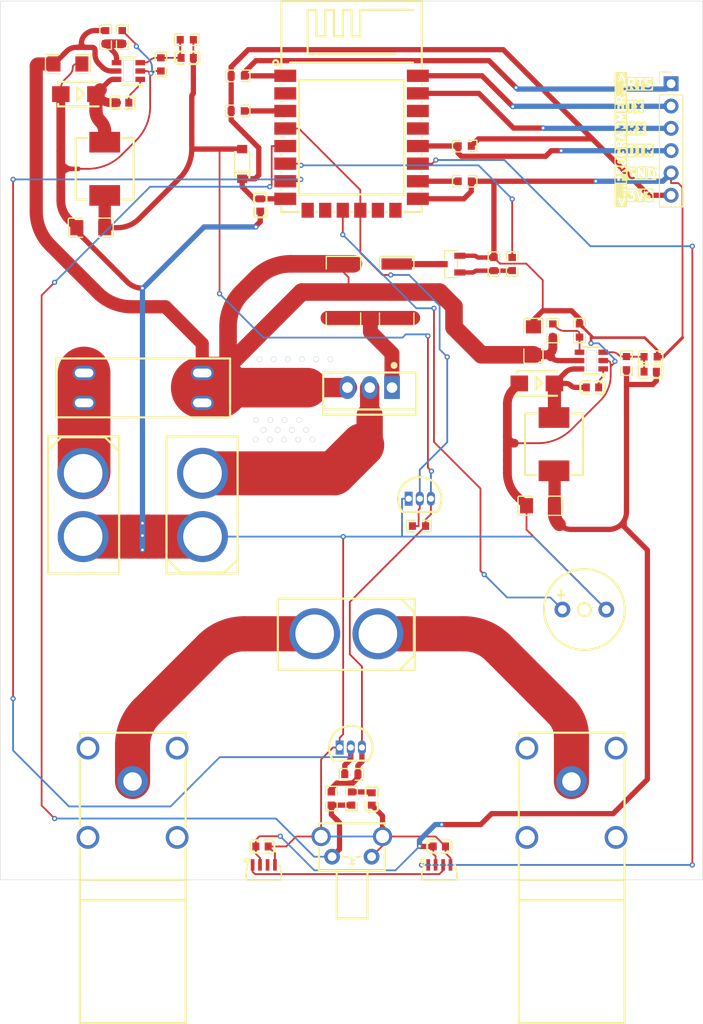
<source format=kicad_pcb>
(kicad_pcb (version 20240108) (generator "pcbnew") (generator_version "8.0")
  (layers (0 "F.Cu" signal) (31 "B.Cu" signal) (34 "B.Paste" user) (35 "F.Paste" user) (36 "B.SilkS" user "B.Silkscreen") (37 "F.SilkS" user "F.Silkscreen") (38 "B.Mask" user) (39 "F.Mask" user) (44 "Edge.Cuts" user))
  (net 0 "")
  (net 1 "Net-(D1-K)")
  (net 2 "Net-(U2-BST)")
  (net 3 "GND")
  (net 4 "/3V3")
  (net 5 "Net-(U2-FB)")
  (net 6 "/36V")
  (net 7 "/PRGM_3V3")
  (net 8 "Net-(U5-BST)")
  (net 9 "Net-(D2-K)")
  (net 10 "/5V")
  (net 11 "Net-(U5-FB)")
  (net 12 "Net-(C12-Pad2)")
  (net 17 "/BUCK_C_OUT_NEG")
  (net 18 "/BUCK_C_OUT_POS")
  (net 23 "/36V_IN")
  (net 24 "/DTR")
  (net 25 "/TXD0")
  (net 26 "/RXD0")
  (net 27 "/RTS")
  (net 28 "Net-(LED1-DOUT)")
  (net 29 "/WS_CTRL")
  (net 31 "/TEMP_S1")
  (net 32 "Net-(U2-EN)")
  (net 33 "Net-(U5-EN)")
  (net 34 "/BUTTON_1")
  (net 35 "/TEMP_S2")
  (net 36 "Net-(U1-EN)")
  (net 37 "Net-(U1-GPIO15)")
  (net 38 "/BUZZ_POS")
  (net 46 "Net-(Q1-G)")
  (net 47 "Net-(Q1-D)")
  (net 48 "/36V_BUCK_C_POS")
  (net 49 "Net-(Q2-G)")
  (net 50 "/CTRL_BUCK")
  (footprint "easyeda2kicad:ANT-TH_L33.0-W12.0_BLACK" (layer "F.Cu") (at 181.73 128.625 90)
    (property "Reference" "CN1" (hide yes))
    (property "Value" "24.245.2" (hide yes))
  )
  (footprint "easyeda2kicad:C0603" (layer "F.Cu") (at 166.68 134.735 180)
    (property "Reference" "C11" (hide yes))
    (property "Value" "100nF" (hide yes))
  )
  (footprint "easyeda2kicad:SOD-123_L2.8-W1.8-LS3.7-RD" (layer "F.Cu") (at 144.22 57.065 90)
    (property "Reference" "D3" (hide yes))
    (property "Value" "1N5819" (hide yes))
  )
  (footprint "easyeda2kicad:LED-SMD_WS2812B-4020" (layer "F.Cu") (at 146.68 136.835 180)
    (property "Reference" "LED2" (hide yes))
    (property "Value" "WS2812B-4020" (hide yes))
  )
  (footprint "easyeda2kicad:C0603" (layer "F.Cu") (at 146.48 134.735 180)
    (property "Reference" "C10" (hide yes))
    (property "Value" "100nF" (hide yes))
  )
  (footprint "easyeda2kicad:ANT-TH_L33.0-W12.0_BLACK" (layer "F.Cu") (at 131.73 128.625 90)
    (property "Reference" "CN2" (hide yes))
    (property "Value" "24.245.2" (hide yes))
  )
  (footprint "easyeda2kicad:SMA_L4.2-W2.7-LS5.1-RD" (layer "F.Cu") (at 177.79 82.045 180)
    (property "Reference" "D2" (hide yes))
    (property "Value" "SS24_C908678" (hide yes))
  )
  (footprint "easyeda2kicad:R0603" (layer "F.Cu") (at 172.9 68.465 -90)
    (property "Reference" "R17" (hide yes))
    (property "Value" "10k" (hide yes))
  )
  (footprint "easyeda2kicad:C0603" (layer "F.Cu") (at 184.13 82.495 180)
    (property "Reference" "C6" (hide yes))
    (property "Value" "100nF" (hide yes))
  )
  (footprint "easyeda2kicad:IND-SMD_L7.0-W6.6_0630CDMCCDS" (layer "F.Cu") (at 128.5585 57.6202 90)
    (property "Reference" "L1" (hide yes))
    (property "Value" "0630 2.2uH" (hide yes))
  )
  (footprint "easyeda2kicad:R0603" (layer "F.Cu") (at 137.9085 42.9302 180)
    (property "Reference" "R2" (hide yes))
    (property "Value" "124k" (hide yes))
  )
  (footprint "easyeda2kicad:TO-92-3_L4.9-W3.7-P1.27-L" (layer "F.Cu") (at 164.45 95.165)
    (property "Reference" "U7" (hide yes))
    (property "Value" "DS18B20" (hide yes))
  )
  (footprint "easyeda2kicad:SMA_L4.2-W2.7-LS5.1-RD" (layer "F.Cu") (at 125.5585 49.1202 180)
    (property "Reference" "D1" (hide yes))
    (property "Value" "SS24_C908678" (hide yes))
  )
  (footprint "easyeda2kicad:WIFIM-SMD_ESP-12F-ESP8266MOD" (layer "F.Cu") (at 156.68 54.685 -90)
    (property "Reference" "U1" (hide yes))
    (property "Value" "ESP-12F(ESP8266MOD)" (hide yes))
  )
  (footprint "easyeda2kicad:TO-92-3_L4.9-W3.7-P1.27-L" (layer "F.Cu") (at 156.59 123.475)
    (property "Reference" "U3" (hide yes))
    (property "Value" "DS18B20" (hide yes))
  )
  (footprint "easyeda2kicad:R0603" (layer "F.Cu") (at 190.75 79.005 180)
    (property "Reference" "R4" (hide yes))
    (property "Value" "24k" (hide yes))
  )
  (footprint "easyeda2kicad:SOT-23-6_L2.9-W1.6-P0.95-LS2.8-BR" (layer "F.Cu") (at 131.2585 46.4902)
    (property "Reference" "U2" (hide yes))
    (property "Value" "MP2451DT-LF-Z" (hide yes))
  )
  (footprint "easyeda2kicad:BUZ-TH_BD9.0-P5.00-D0.6-FD" (layer "F.Cu") (at 183.2 107.775)
    (property "Reference" "BUZZER1" (hide yes))
    (property "Value" "YX-YT9042 3V" (hide yes))
  )
  (footprint "easyeda2kicad:R0603" (layer "F.Cu") (at 179.61 76.025 90)
    (property "Reference" "R5" (hide yes))
    (property "Value" "100k" (hide yes))
  )
  (footprint "easyeda2kicad:C0603" (layer "F.Cu") (at 190.7 80.705)
    (property "Reference" "C7" (hide yes))
    (property "Value" "33pF" (hide yes))
  )
  (footprint "easyeda2kicad:R0603" (layer "F.Cu") (at 143.71 51.035 180)
    (property "Reference" "R13" (hide yes))
    (property "Value" "10K" (hide yes))
  )
  (footprint "easyeda2kicad:C0603" (layer "F.Cu") (at 137.9585 44.9902)
    (property "Reference" "C3" (hide yes))
    (property "Value" "33pF" (hide yes))
  )
  (footprint "easyeda2kicad:R0603" (layer "F.Cu") (at 143.715 47.045)
    (property "Reference" "R16" (hide yes))
    (property "Value" "10K" (hide yes))
  )
  (footprint "easyeda2kicad:LED-SMD_WS2812B-4020" (layer "F.Cu") (at 166.68 136.835 180)
    (property "Reference" "LED1" (hide yes))
    (property "Value" "WS2812B-4020" (hide yes))
  )
  (footprint "easyeda2kicad:C0603" (layer "F.Cu") (at 130.6085 50.0902 180)
    (property "Reference" "C1" (hide yes))
    (property "Value" "100nF" (hide yes))
  )
  (footprint "easyeda2kicad:R0603" (layer "F.Cu") (at 128.6585 42.6402 -90)
    (property "Reference" "R3" (hide yes))
    (property "Value" "100k" (hide yes))
  )
  (footprint "easyeda2kicad:R0603" (layer "F.Cu") (at 169.57 59.035)
    (property "Reference" "R14" (hide yes))
    (property "Value" "10K" (hide yes))
  )
  (footprint "easyeda2kicad:C1206" (layer "F.Cu") (at 124.3685 45.6902)
    (property "Reference" "C4" (hide yes))
    (property "Value" "4.7uF" (hide yes))
  )
  (footprint "easyeda2kicad:R0603" (layer "F.Cu") (at 156.66 126.535 180)
    (property "Reference" "R6" (hide yes))
    (property "Value" "4k7" (hide yes))
  )
  (footprint "Connector_PinHeader_2.54mm:PinHeader_1x06_P2.54mm_Vertical" (layer "F.Cu") (at 193.08 47.935)
    (property "Reference" "J1" (hide yes))
    (property "Value" "PROGRAMMER" (hide yes))
  )
  (footprint "easyeda2kicad:R0603" (layer "F.Cu") (at 154.38 129.285 -90)
    (property "Reference" "R8" (hide yes))
    (property "Value" "10K" (hide yes))
  )
  (footprint "easyeda2kicad:C1206" (layer "F.Cu") (at 177.4 77.195 90)
    (property "Reference" "C13" (hide yes))
    (property "Value" "4.7uF" (hide yes))
  )
  (footprint "easyeda2kicad:IND-SMD_L7.0-W6.6_0630CDMCCDS" (layer "F.Cu") (at 179.74 88.955 90)
    (property "Reference" "L2" (hide yes))
    (property "Value" "0630 3.3uH" (hide yes))
  )
  (footprint "easyeda2kicad:SOT-23-3_L2.9-W1.3-P1.90-LS2.4-BR" (layer "F.Cu") (at 168.01 68.465)
    (property "Reference" "Q1" (hide yes))
    (property "Value" "AO3400" (hide yes))
  )
  (footprint "easyeda2kicad:CONN-TH_XT60" (layer "F.Cu") (at 139.7 95.875 90)
    (property "Reference" "U6" (hide yes))
    (property "Value" "XT60" (hide yes))
  )
  (footprint "easyeda2kicad:SW-TH_BBJ" (layer "F.Cu") (at 156.71 134.7525)
    (property "Reference" "SW1" (hide yes))
    (property "Value" "Button-6x6x9-Right-Angle" (hide yes))
  )
  (footprint "easyeda2kicad:R0603" (layer "F.Cu") (at 188 79.735 90)
    (property "Reference" "R7" (hide yes))
    (property "Value" "124k" (hide yes))
  )
  (footprint "easyeda2kicad:R0603" (layer "F.Cu") (at 164.36 98.275 180)
    (property "Reference" "R12" (hide yes))
    (property "Value" "4k7" (hide yes))
  )
  (footprint "easyeda2kicad:C0603" (layer "F.Cu") (at 158.98 129.335 90)
    (property "Reference" "C12" (hide yes))
    (property "Value" "100nF" (hide yes))
  )
  (footprint "easyeda2kicad:TO-220-3_L10.0-W4.5-P2.54-L" (layer "F.Cu") (at 158.75 82.515 180)
    (property "Reference" "Q2" (hide yes))
    (property "Value" "IRF9540NPBF" (hide yes))
  )
  (footprint "easyeda2kicad:C1206" (layer "F.Cu") (at 178.2 95.965 180)
    (property "Reference" "C8" (hide yes))
    (property "Value" "10uF" (hide yes))
  )
  (footprint "easyeda2kicad:R2512" (layer "F.Cu") (at 161.82 71.525 -90)
    (property "Reference" "R19" (hide yes))
    (property "Value" "52k" (hide yes))
  )
  (footprint "easyeda2kicad:R0603" (layer "F.Cu") (at 182.65 76.025 -90)
    (property "Reference" "R10" (hide yes))
    (property "Value" "100k" (hide yes))
  )
  (footprint "easyeda2kicad:SOT-23-6_L2.9-W1.6-P0.95-LS2.8-BR" (layer "F.Cu") (at 184 79.445)
    (property "Reference" "U5" (hide yes))
    (property "Value" "MP2451DT-LF-Z" (hide yes))
  )
  (footprint "easyeda2kicad:C1206" (layer "F.Cu") (at 126.9685 64.3202 180)
    (property "Reference" "C2" (hide yes))
    (property "Value" "10uF" (hide yes))
  )
  (footprint "easyeda2kicad:FUSE-TH_XF-508P-A-B" (layer "F.Cu") (at 132.94 82.555)
    (property "Reference" "FUSE1" (hide yes))
    (property "Value" "XF-508P-A-B" (hide yes))
  )
  (footprint "easyeda2kicad:R0603" (layer "F.Cu") (at 130.5585 42.6402 -90)
    (property "Reference" "R11" (hide yes))
    (property "Value" "100k" (hide yes))
  )
  (footprint "easyeda2kicad:R0603" (layer "F.Cu") (at 156.68 129.285 -90)
    (property "Reference" "R9" (hide yes))
    (property "Value" "10K" (hide yes))
  )
  (footprint "easyeda2kicad:R0603" (layer "F.Cu") (at 134.9585 45.7402 90)
    (property "Reference" "R1" (hide yes))
    (property "Value" "40k" (hide yes))
  )
  (footprint "easyeda2kicad:CONN-TH_XT60" (layer "F.Cu") (at 126.1 95.875 -90)
    (property "Reference" "U4" (hide yes))
    (property "Value" "XT60" (hide yes))
  )
  (footprint "easyeda2kicad:CONN-TH_XT60" (layer "F.Cu") (at 156.08 110.535 180)
    (property "Reference" "U8" (hide yes))
    (property "Value" "XT60" (hide yes))
  )
  (footprint "easyeda2kicad:C0603" (layer "F.Cu") (at 146.28 61.735 90)
    (property "Reference" "C5" (hide yes))
    (property "Value" "100nF" (hide yes))
  )
  (footprint "easyeda2kicad:R0603" (layer "F.Cu") (at 169.57 55.025 180)
    (property "Reference" "R15" (hide yes))
    (property "Value" "10K" (hide yes))
  )
  (footprint "easyeda2kicad:R0603" (layer "F.Cu") (at 174.98 68.455 90)
    (property "Reference" "R21" (hide yes))
    (property "Value" "100" (hide yes))
  )
  (footprint "easyeda2kicad:R2512" (layer "F.Cu") (at 155.76 71.525 90)
    (property "Reference" "R18" (hide yes))
    (property "Value" "20k" (hide yes))
  )
  (gr_circle (center 152.651718 79.285) (end 152.951718 79.285) (stroke (width 0.05)) (fill none) (layer "Edge.Cuts"))
  (gr_circle (center 147.366881 88.425) (end 147.666881 88.425) (stroke (width 0.05)) (fill none) (layer "Edge.Cuts"))
  (gr_rect (start 183.43 78.275) (end 184.59 80.615) (stroke (width 0.05)) (fill none) (layer "Edge.Cuts"))
  (gr_circle (center 146.645486 87.345) (end 146.945486 87.345) (stroke (width 0.05)) (fill none) (layer "Edge.Cuts"))
  (gr_circle (center 149.053762 86.215) (end 149.353762 86.215) (stroke (width 0.05)) (fill none) (layer "Edge.Cuts"))
  (gr_circle (center 150.603439 88.425) (end 150.903439 88.425) (stroke (width 0.05)) (fill none) (layer "Edge.Cuts"))
  (gr_circle (center 149.41516 79.285) (end 149.71516 79.285) (stroke (width 0.05)) (fill none) (layer "Edge.Cuts"))
  (gr_circle (center 148.98516 88.425) (end 149.28516 88.425) (stroke (width 0.05)) (fill none) (layer "Edge.Cuts"))
  (gr_circle (center 150.672041 86.215) (end 150.972041 86.215) (stroke (width 0.05)) (fill none) (layer "Edge.Cuts"))
  (gr_circle (center 146.178602 79.285) (end 146.478602 79.285) (stroke (width 0.05)) (fill none) (layer "Edge.Cuts"))
  (gr_circle (center 151.500323 87.345) (end 151.800323 87.345) (stroke (width 0.05)) (fill none) (layer "Edge.Cuts"))
  (gr_rect (start 116.68 38.535) (end 196.68 138.535) (stroke (width 0.05)) (fill none) (layer "Edge.Cuts"))
  (gr_circle (center 149.882044 87.345) (end 150.182044 87.345) (stroke (width 0.05)) (fill none) (layer "Edge.Cuts"))
  (gr_circle (center 148.263765 87.345) (end 148.563765 87.345) (stroke (width 0.05)) (fill none) (layer "Edge.Cuts"))
  (gr_circle (center 145.817204 86.215) (end 146.117204 86.215) (stroke (width 0.05)) (fill none) (layer "Edge.Cuts"))
  (gr_circle (center 154.27 79.285) (end 154.57 79.285) (stroke (width 0.05)) (fill none) (layer "Edge.Cuts"))
  (gr_rect (start 130.688489 45.250162) (end 131.798489 47.690162) (stroke (width 0.05)) (fill none) (layer "Edge.Cuts"))
  (gr_circle (center 147.796881 79.285) (end 148.096881 79.285) (stroke (width 0.05)) (fill none) (layer "Edge.Cuts"))
  (gr_circle (center 145.748602 88.425) (end 146.048602 88.425) (stroke (width 0.05)) (fill none) (layer "Edge.Cuts"))
  (gr_circle (center 152.221718 88.425) (end 152.521718 88.425) (stroke (width 0.05)) (fill none) (layer "Edge.Cuts"))
  (gr_circle (center 147.435483 86.215) (end 147.735483 86.215) (stroke (width 0.05)) (fill none) (layer "Edge.Cuts"))
  (gr_circle (center 151.033439 79.285) (end 151.333439 79.285) (stroke (width 0.05)) (fill none) (layer "Edge.Cuts"))
  (gr_text "TX" (at 187.88 51.235 0) (layer "F.SilkS" knockout) (effects (font (size 1.1 1.1) (thickness 0.22) (bold yes)) (justify left bottom)))
  (gr_text "RX" (at 187.88 53.735 0) (layer "F.SilkS" knockout) (effects (font (size 1.1 1.1) (thickness 0.22) (bold yes)) (justify left bottom)))
  (gr_text "RTS" (at 187.88 48.635 0) (layer "F.SilkS" knockout) (effects (font (size 1.1 1.1) (thickness 0.22) (bold yes)) (justify left bottom)))
  (gr_text "GND" (at 187.88 58.835 0) (layer "F.SilkS" knockout) (effects (font (size 1.1 1.1) (thickness 0.22) (bold yes)) (justify left bottom)))
  (gr_text "3V3" (at 187.88 61.335 0) (layer "F.SilkS" knockout) (effects (font (size 1.1 1.1) (thickness 0.22) (bold yes)) (justify left bottom)))
  (gr_text "DTR " (at 187.88 56.235 0) (layer "F.SilkS" knockout) (effects (font (size 1.1 1.1) (thickness 0.22) (bold yes)) (justify left bottom)))
  (gr_text "<...PROGRAMMER...>" (at 187.98 62.135 90) (layer "F.SilkS" knockout) (effects (font (size 1 1) (thickness 0.2) (bold yes)) (justify left bottom)))
  (segment (start 129.908 50.0902) (end 129.9085 50.0902) (width 0.2) (layer "F.Cu") (net 1))
  (segment (start 127.5585 49.1202) (end 127.7003 49.1202) (width 0.2) (layer "F.Cu") (net 1))
  (segment (start 127.558489 49.806055) (end 127.558489 51.003055) (width 1.5) (layer "F.Cu") (net 1))
  (segment (start 128.043488 48.635161) (end 129.001608 47.677042) (width 0.6) (layer "F.Cu") (net 1))
  (segment (start 129.9085 47.4402) (end 129.908 47.4402) (width 0.2) (layer "F.Cu") (net 1))
  (segment (start 127.7003 49.1202) (end 127.8006 49.2205) (width 0.2) (layer "F.Cu") (net 1))
  (segment (start 128.558489 53.417268) (end 128.558489 54.590162) (width 1.5) (layer "F.Cu") (net 1))
  (segment (start 129.214382 50.090162) (end 129.908489 50.090162) (width 1) (layer "F.Cu") (net 1))
  (segment (start 129.573489 47.440162) (end 129.908489 47.440162) (width 0.6) (layer "F.Cu") (net 1))
  (segment (start 128.5585 54.5902) (end 128.558 54.5902) (width 0.2) (layer "F.Cu") (net 1))
  (arc (start 128.043488 48.635161) (mid 127.842595 49.120161) (end 128.043489 49.605162) (width 0.6) (layer "F.Cu") (net 1))
  (arc (start 127.558489 49.806055) (mid 127.733872 49.543575) (end 128.043489 49.605162) (width 1) (layer "F.Cu") (net 1))
  (arc (start 127.558489 51.003055) (mid 127.688434 51.656336) (end 128.058489 52.210162) (width 1.5) (layer "F.Cu") (net 1))
  (arc (start 128.558489 53.417268) (mid 128.428543 52.763987) (end 128.058489 52.210162) (width 1.5) (layer "F.Cu") (net 1))
  (arc (start 127.558489 49.806055) (mid 127.684536 49.172372) (end 128.043488 48.635161) (width 1.5) (layer "F.Cu") (net 1))
  (arc (start 129.573489 47.440162) (mid 129.263989 47.501725) (end 129.001608 47.677042) (width 0.6) (layer "F.Cu") (net 1))
  (arc (start 128.043489 49.605162) (mid 128.580699 49.964114) (end 129.214382 50.090162) (width 1) (layer "F.Cu") (net 1))
  (segment (start 132.188813 48.457836) (end 131.772349 48.87437) (width 0.2) (layer "F.Cu") (net 2))
  (segment (start 132.6085 47.5892) (end 132.6085 47.4402) (width 0.2) (layer "F.Cu") (net 2))
  (segment (start 132.397063 48.249586) (end 132.188813 48.457836) (width 0.2) (layer "F.Cu") (net 2))
  (segment (start 131.772349 48.87437) (end 131.532489 49.114312) (width 0.2) (layer "F.Cu") (net 2))
  (segment (start 132.608489 47.739162) (end 132.608489 47.440162) (width 0.2) (layer "F.Cu") (net 2))
  (segment (start 132.608 47.5897) (end 132.6085 47.5892) (width 0.2) (layer "F.Cu") (net 2))
  (segment (start 131.308 49.8728) (end 131.3085 49.8733) (width 0.2) (layer "F.Cu") (net 2))
  (segment (start 131.308489 49.655351) (end 131.308489 50.090162) (width 0.2) (layer "F.Cu") (net 2))
  (segment (start 131.3085 49.8733) (end 131.3085 50.0902) (width 0.2) (layer "F.Cu") (net 2))
  (arc (start 132.397063 48.249586) (mid 132.553541 48.015401) (end 132.608489 47.739162) (width 0.2) (layer "F.Cu") (net 2))
  (arc (start 131.308489 49.655351) (mid 131.366702 49.362563) (end 131.532489 49.114312) (width 0.2) (layer "F.Cu") (net 2))
  (segment (start 123.558489 61.213227) (end 123.558489 59.62016) (width 1) (layer "F.Cu") (net 3))
  (segment (start 130.5585 41.8902) (end 131.158 42.4897) (width 0.2) (layer "F.Cu") (net 3))
  (segment (start 192.2067 79.005) (end 191.5 79.005) (width 0.4) (layer "F.Cu") (net 3))
  (segment (start 181.760792 87.251207) (end 185.012292 83.999707) (width 0.2) (layer "F.Cu") (net 3))
  (segment (start 132.170489 43.685) (end 132.170489 43.731562) (width 0.2) (layer "F.Cu") (net 3))
  (segment (start 155.7243 121.969) (end 155.7243 99.475) (width 0.2) (layer "F.Cu") (net 3))
  (segment (start 174.43 90.683871) (end 174.43 91.723628) (width 1) (layer "F.Cu") (net 3))
  (segment (start 123.558 48.9699) (end 123.5585 48.9704) (width 0.2) (layer "F.Cu") (net 3))
  (segment (start 129.95 99.475) (end 126.1 99.475) (width 5) (layer "F.Cu") (net 3))
  (segment (start 167.95 136.055) (end 167.38 135.485) (width 0.2) (layer "F.Cu") (net 3))
  (segment (start 158.98 130.035) (end 160.21 131.265) (width 0.6) (layer "F.Cu") (net 3))
  (segment (start 194.38 76.8317) (end 192.2067 79.005) (width 0.35) (layer "F.Cu") (net 3))
  (segment (start 133.266034 46.490162) (end 132.608489 46.490162) (width 0.2) (layer "F.Cu") (net 3))
  (segment (start 145.78 64.135) (end 146.28 63.635) (width 0.6) (layer "F.Cu") (net 3))
  (segment (start 193.08 58.095) (end 193.08 59.2467) (width 0.2) (layer "F.Cu") (net 3))
  (segment (start 170.32 59.035) (end 173.05 59.035) (width 0.6) (layer "F.Cu") (net 3))
  (segment (start 146.28 63.635) (end 146.28 62.435) (width 0.6) (layer "F.Cu") (net 3))
  (segment (start 176.61 98.685) (end 176.61 95.965) (width 0.2) (layer "F.Cu") (net 3))
  (segment (start 132.170489 43.617112) (end 132.170489 43.685) (width 0.2) (layer "F.Cu") (net 3))
  (segment (start 190.38 77.135) (end 191.5 78.255) (width 0.3) (layer "F.Cu") (net 3))
  (segment (start 171.161421 67.715) (end 172.9 67.715) (width 0.5) (layer "F.Cu") (net 3))
  (segment (start 177.913036 88.845) (end 175.21625 88.845) (width 0.2) (layer "F.Cu") (net 3))
  (segment (start 183.0716 75.6965) (end 183.0432 75.6681) (width 0.2) (layer "F.Cu") (net 3))
  (segment (start 132.141592 54.383527) (end 130.498408 56.026472) (width 0.2) (layer "F.Cu") (net 3))
  (segment (start 177.4 74.835) (end 178.46 73.775) (width 0.6) (layer "F.Cu") (net 3))
  (segment (start 178.46 73.775) (end 181.73 73.775) (width 0.6) (layer "F.Cu") (net 3))
  (segment (start 167.38 135.485) (end 167.38 134.735) (width 0.2) (layer "F.Cu") (net 3))
  (segment (start 125.526981 64.888654) (end 131.126181 70.487854) (width 0.6) (layer "F.Cu") (net 3))
  (segment (start 125.348989 45.690162) (end 125.958489 45.690162) (width 0.2) (layer "F.Cu") (net 3))
  (segment (start 160.21 134.6525) (end 160.21 133.6025) (width 0.2) (layer "F.Cu") (net 3))
  (segment (start 170.678578 67.515) (end 169.01 67.515) (width 0.5) (layer "F.Cu") (net 3))
  (segment (start 176.585 68.41) (end 178.46 70.285) (width 0.2) (layer "F.Cu") (net 3))
  (segment (start 131.37 99.475) (end 129.95 99.475) (width 5) (layer "F.Cu") (net 3))
  (segment (start 125.558487 57.620162) (end 124.919046 57.620158) (width 0.5) (layer "F.Cu") (net 3))
  (segment (start 123.558489 48.819737) (end 123.558489 49.420587) (width 0.2) (layer "F.Cu") (net 3))
  (segment (start 149.24 134.735) (end 150.3725 133.6025) (width 0.2) (layer "F.Cu") (net 3))
  (segment (start 131.158 42.4897) (end 131.158 42.49) (width 0.2) (layer "F.Cu") (net 3))
  (segment (start 183.0432 75.6681) (end 183.0431 75.6681) (width 0.2) (layer "F.Cu") (net 3))
  (segment (start 167.95 136.835) (end 167.95 136.055) (width 0.2) (layer "F.Cu") (net 3))
  (segment (start 133.735489 50.535914) (end 133.735489 46.873162) (width 0.2) (layer "F.Cu") (net 3))
  (segment (start 123.558489 55.620163) (end 123.558489 59.62016) (width 1) (layer "F.Cu") (net 3))
  (segment (start 186.68 79.535) (end 186.68 79.635) (width 0.2) (layer "F.Cu") (net 3))
  (segment (start 181.73 73.775) (end 182.65 74.695) (width 0.6) (layer "F.Cu") (net 3))
  (segment (start 184.209959 76.835) (end 190.08 76.835) (width 0.3) (layer "F.Cu") (net 3))
  (segment (start 133.659121 46.688794) (end 133.597989 46.627662) (width 0.2) (layer "F.Cu") (net 3))
  (segment (start 155.32 123.475) (end 155.32 122.3733) (width 0.2) (layer "F.Cu") (net 3))
  (segment (start 193.08 59.2467) (end 193.8917 59.2467) (width 0.2) (layer "F.Cu") (net 3))
  (segment (start 126.650509 57.620162) (end 125.558487 57.620162) (width 0.2) (layer "F.Cu") (net 3))
  (segment (start 194.38 59.735) (end 194.38 76.8317) (width 0.2) (layer "F.Cu") (net 3))
  (segment (start 123.558489 55.620163) (end 123.558477 56.259555) (width 0.5) (layer "F.Cu") (net 3))
  (segment (start 123.558489 48.819737) (end 123.558489 48.519312) (width 0.2) (layer "F.Cu") (net 3))
  (segment (start 154.5683 123.475) (end 153.2095 124.8338) (width 0.2) (layer "F.Cu") (net 3))
  (segment (start 125.3348 64.3202) (end 125.304 64.351) (width 0.2) (layer "F.Cu") (net 3))
  (segment (start 173.595 68.41) (end 176.585 68.41) (width 0.2) (layer "F.Cu") (net 3))
  (segment (start 150.3725 133.6025) (end 153.21 133.6025) (width 0.2) (layer "F.Cu") (net 3))
  (segment (start 170.32 59.035) (end 170.32 60.185) (width 0.6) (layer "F.Cu") (net 3))
  (segment (start 174.43 91.723628) (end 174.43 92.243507) (width 1) (layer "F.Cu") (net 3))
  (segment (start 125.958 45.6902) (end 125.9585 45.6902) (width 0.2) (layer "F.Cu") (net 3))
  (segment (start 133.5675 99.475) (end 133.5225 99.475) (width 5) (layer "F.Cu") (net 3))
  (segment (start 124.468489 63.410162) (end 125.229996 64.171669) (width 1) (layer "F.Cu") (net 3))
  (segment (start 193.8917 59.2467) (end 194.38 59.735) (width 0.2) (layer "F.Cu") (net 3))
  (segment (start 173.05 59.035) (end 172.9 59.185) (width 0.6) (layer "F.Cu") (net 3))
  (segment (start 135.81 99.475) (end 139.7 99.475) (width 5) (layer "F.Cu") (net 3))
  (segment (start 174.43 84.366665) (end 174.43 88.05875) (width 1) (layer "F.Cu") (net 3))
  (segment (start 183.0716 75.6966) (end 183.0716 75.6965) (width 0.2) (layer "F.Cu") (net 3))
  (segment (start 166.2475 133.6025) (end 160.21 133.6025) (width 0.2) (layer "F.Cu") (net 3))
  (segment (start 190.08 76.835) (end 190.38 77.135) (width 0.3) (layer "F.Cu") (net 3))
  (segment (start 170.32 60.185) (end 169.47 61.035) (width 0.6) (layer "F.Cu") (net 3))
  (segment (start 155.32 123.475) (end 154.5683 123.475) (width 0.2) (layer "F.Cu") (net 3))
  (segment (start 172.9 67.715) (end 173.595 68.41) (width 0.2) (layer "F.Cu") (net 3))
  (segment (start 123.983306 47.493549) (end 124.602164 46.874555) (width 0.2) (layer "F.Cu") (net 3))
  (segment (start 133.5675 99.475) (end 134.3 99.475) (width 5) (layer "F.Cu") (net 3))
  (segment (start 132.79 99.475) (end 131.37 99.475) (width 5) (layer "F.Cu") (net 3))
  (segment (start 123.5585 48.9704) (end 123.5585 49.1202) (width 0.2) (layer "F.Cu") (net 3))
  (segment (start 160.21 131.265) (end 160.21 133.6025) (width 0.6) (layer "F.Cu") (net 3))
  (segment (start 172.9 59.185) (end 172.9 67.715) (width 0.6) (layer "F.Cu") (net 3))
  (segment (start 145.78 64.235) (end 145.78 64.135) (width 0.6) (layer "F.Cu") (net 3))
  (segment (start 177.4 75.605) (end 177.4 74.835) (width 0.6) (layer "F.Cu") (net 3))
  (segment (start 123.558489 49.420587) (end 123.558489 55.620163) (width 1) (layer "F.Cu") (net 3))
  (segment (start 134.088988 46.627661) (end 134.027856 46.688794) (width 0.2) (layer "F.Cu") (net 3))
  (segment (start 134.420943 46.490162) (end 134.958489 46.490162) (width 0.2) (layer "F.Cu") (net 3))
  (segment (start 135.81 99.475) (end 134.3 99.475) (width 5) (layer "F.Cu") (net 3))
  (segment (start 158.96 135.902) (end 158.96 135.9025) (width 0.2) (layer "F.Cu") (net 3))
  (segment (start 153.2095 133.602) (end 153.21 133.6025) (width 0.2) (layer "F.Cu") (net 3))
  (segment (start 158.96 135.9025) (end 160.21 134.6525) (width 0.2) (layer "F.Cu") (net 3))
  (segment (start 175.52 94.875) (end 176.61 95.965) (width 1) (layer "F.Cu") (net 3))
  (segment (start 125.558487 57.620162) (end 124.806294 57.620167) (width 0.5) (layer "F.Cu") (net 3))
  (segment (start 182.899835 75.524876) (end 184.209959 76.835) (width 0.3) (layer "F.Cu") (net 3))
  (segment (start 147.18 134.735) (end 149.24 134.735) (width 0.2) (layer "F.Cu") (net 3))
  (segment (start 185.776 79.445) (end 185.35 79.445) (width 0.2) (layer "F.Cu") (net 3))
  (segment (start 191.5 78.255) (end 191.5 79.005) (width 0.3) (layer "F.Cu") (net 3))
  (segment (start 125.3785 64.3202) (end 125.3348 64.3202) (width 0.2) (layer "F.Cu") (net 3))
  (segment (start 147.95 135.505) (end 147.18 134.735) (width 0.2) (layer "F.Cu") (net 3))
  (segment (start 178.46 70.285) (end 178.46 73.775) (width 0.2) (layer "F.Cu") (net 3))
  (segment (start 175.11 82.725) (end 175.79 82.045) (width 1) (layer "F.Cu") (net 3))
  (segment (start 147.95 136.835) (end 147.95 135.505) (width 0.2) (layer "F.Cu") (net 3))
  (segment (start 186.202 81.1275) (end 186.202 79.871) (width 0.2) (layer "F.Cu") (net 3))
  (segment (start 133.5225 99.475) (end 133.4775 99.475) (width 5) (layer "F.Cu") (net 3))
  (segment (start 186.68 79.635) (end 186.202 80.113) (width 0.2) (layer "F.Cu") (net 3))
  (segment (start 174.43 89.63125) (end 174.43 90.683871) (width 1) (layer "F.Cu") (net 3))
  (segment (start 185.7 107.775) (end 176.61 98.685) (width 0.2) (layer "F.Cu") (net 3))
  (segment (start 132.86 99.435) (end 132.86 99.355) (width 0.2) (layer "F.Cu") (net 3))
  (segment (start 174.43 89.63125) (end 174.43 88.05875) (width 1) (layer "F.Cu") (net 3))
  (segment (start 183.0431 75.6681) (end 182.65 75.275) (width 0.4) (layer "F.Cu") (net 3))
  (segment (start 167.38 134.735) (end 166.2475 133.6025) (width 0.2) (layer "F.Cu") (net 3))
  (segment (start 134.9585 46.4902) (end 134.958 46.4902) (width 0.2) (layer "F.Cu") (net 3))
  (segment (start 169.47 61.035) (end 164.23 61.035) (width 0.6) (layer "F.Cu") (net 3))
  (segment (start 173.05 59.035) (end 184.5 59.035) (width 0.6) (layer "F.Cu") (net 3))
  (segment (start 132.089573 43.421721) (end 130.558489 41.890162) (width 0.2) (layer "F.Cu") (net 3))
  (segment (start 183.9576 76.583) (end 183.9576 77.4826) (width 0.3) (layer "F.Cu") (net 3))
  (segment (start 132.79 99.475) (end 133.4775 99.475) (width 5) (layer "F.Cu") (net 3))
  (segment (start 182.65 74.695) (end 182.65 75.275) (width 0.6) (layer "F.Cu") (net 3))
  (segment (start 123.558489 59.62016) (end 123.558504 58.86794) (width 0.5) (layer "F.Cu") (net 3))
  (segment (start 153.2095 124.8338) (end 153.2095 133.602) (width 0.2) (layer "F.Cu") (net 3))
  (segment (start 132.9 99.475) (end 132.86 99.435) (width 0.2) (layer "F.Cu") (net 3))
  (segment (start 155.32 122.3733) (end 155.7243 121.969) (width 0.2) (layer "F.Cu") (net 3))
  (via (at 132.86 100.985) (size 0.6) (drill 0.3) (layers "F.Cu" "B.Cu") (net 3))
  (via blind (at 132.170489 43.685) (size 0.6) (drill 0.3) (layers "F.Cu" "B.Cu") (net 3))
  (via (at 155.7243 99.475) (size 0.6) (drill 0.3) (layers "F.Cu" "B.Cu") (net 3))
  (via (at 132.86 97.955) (size 0.6) (drill 0.3) (layers "F.Cu" "B.Cu") (net 3))
  (via blind (at 186.68 79.535) (size 0.6) (drill 0.3) (layers "F.Cu" "B.Cu") (net 3))
  (via (at 132.86 71.206062) (size 0.6) (drill 0.3) (layers "F.Cu" "B.Cu") (net 3))
  (via blind (at 183.9576 77.4826) (size 0.6) (drill 0.3) (layers "F.Cu" "B.Cu") (net 3))
  (via (at 132.86 99.355) (size 0.6) (drill 0.3) (layers "F.Cu" "B.Cu") (net 3))
  (via (at 145.78 64.235) (size 0.6) (drill 0.3) (layers "F.Cu" "B.Cu") (net 3))
  (via blind (at 133.819694 46.755306) (size 0.6) (drill 0.3) (layers "F.Cu" "B.Cu") (net 3))
  (via (at 184.5 59.035) (size 0.6) (drill 0.3) (layers "F.Cu" "B.Cu") (net 3))
  (arc (start 123.983306 47.493549) (mid 123.668894 47.964186) (end 123.558489 48.519312) (width 0.2) (layer "F.Cu") (net 3))
  (arc (start 133.735489 50.535914) (mid 133.321245 52.618258) (end 132.141592 54.383527) (width 0.2) (layer "F.Cu") (net 3))
  (arc (start 124.468489 63.410162) (mid 123.79499 62.402199) (end 123.558489 61.213227) (width 1) (layer "F.Cu") (net 3))
  (arc (start 133.843489 46.765162) (mid 133.767121 46.796794) (end 133.735489 46.873162) (width 0.2) (layer "F.Cu") (net 3))
  (arc (start 174.43 84.366665) (mid 174.606726 83.478202) (end 175.11 82.725) (width 1) (layer "F.Cu") (net 3))
  (arc (start 133.843489 46.765162) (mid 133.943267 46.745314) (end 134.027856 46.688794) (width 0.2) (layer "F.Cu") (net 3))
  (arc (start 133.819694 46.755306) (mid 133.743709 46.745314) (end 133.843489 46.765162) (width 0.2) (layer "F.Cu") (net 3))
  (arc (start 175.21625 88.845) (mid 174.660287 88.614712) (end 174.43 88.05875) (width 1) (layer "F.Cu") (net 3))
  (arc (start 124.919046 57.620158) (mid 123.956969 57.221642) (end 123.558477 56.259555) (width 0.5) (layer "F.Cu") (net 3))
  (arc (start 132.089573 43.421721) (mid 132.149459 43.51137) (end 132.170489 43.617112) (width 0.2) (layer "F.Cu") (net 3))
  (arc (start 134.088988 46.627661) (mid 134.24129 46.525896) (end 134.420943 46.490162) (width 0.2) (layer "F.Cu") (net 3))
  (arc (start 124.806294 57.620167) (mid 123.923982 57.985633) (end 123.558504 58.86794) (width 0.5) (layer "F.Cu") (net 3))
  (arc (start 177.913036 88.845) (mid 179.995426 88.430786) (end 181.760792 87.251207) (width 0.2) (layer "F.Cu") (net 3))
  (arc (start 171.161421 67.715) (mid 171.030764 67.68901) (end 170.92 67.615) (width 0.5) (layer "F.Cu") (net 3))
  (arc (start 133.266034 46.490162) (mid 133.445686 46.525897) (end 133.597989 46.627662) (width 0.2) (layer "F.Cu") (net 3))
  (arc (start 186.202 81.1275) (mid 185.892804 82.681927) (end 185.012292 83.999707) (width 0.2) (layer "F.Cu") (net 3))
  (arc (start 175.21625 88.845) (mid 174.660287 89.075287) (end 174.43 89.63125) (width 0.2) (layer "F.Cu") (net 3))
  (arc (start 125.378489 64.530162) (mid 125.339896 64.336147) (end 125.229996 64.171669) (width 1) (layer "F.Cu") (net 3))
  (arc (start 175.52 94.875) (mid 174.713281 93.66766) (end 174.43 92.243507) (width 1) (layer "F.Cu") (net 3))
  (arc (start 124.911489 46.127662) (mid 124.831098 46.531868) (end 124.602164 46.874555) (width 0.2) (layer "F.Cu") (net 3))
  (arc (start 186.202 79.871) (mid 186.077227 79.569772) (end 185.776 79.445) (width 0.2) (layer "F.Cu") (net 3))
  (arc (start 133.659121 46.688794) (mid 133.743709 46.745314) (end 133.819694 46.755306) (width 0.2) (layer "F.Cu") (net 3))
  (arc (start 125.348989 45.690162) (mid 125.039629 45.818302) (end 124.911489 46.127662) (width 0.2) (layer "F.Cu") (net 3))
  (arc (start 170.92 67.615) (mid 170.809234 67.540989) (end 170.678578 67.515) (width 0.5) (layer "F.Cu") (net 3))
  (arc (start 126.650509 57.620162) (mid 128.732945 57.205978) (end 130.498408 56.026472) (width 0.2) (layer "F.Cu") (net 3))
  (arc (start 132.86 71.206062) (mid 131.921704 71.019406) (end 131.126181 70.487854) (width 0.6) (layer "F.Cu") (net 3))
  (arc (start 133.659121 46.688794) (mid 133.715641 46.773382) (end 133.735489 46.873162) (width 0.2) (layer "F.Cu") (net 3))
  (arc (start 125.526981 64.888654) (mid 125.41708 64.724176) (end 125.378489 64.530162) (width 0.6) (layer "F.Cu") (net 3))
  (segment (start 132.86 97.955) (end 132.86 99.355) (width 0.6) (layer "B.Cu") (net 3))
  (segment (start 133.951 46.4519) (end 133.82 46.5829) (width 0.2) (layer "B.Cu") (net 3))
  (segment (start 186.68 79.316472) (end 184.846128 77.4826) (width 0.2) (layer "B.Cu") (net 3))
  (segment (start 177.4 99.475) (end 185.7 107.775) (width 0.2) (layer "B.Cu") (net 3))
  (segment (start 133.82 46.5829) (end 133.82 46.7553) (width 0.2) (layer "B.Cu") (net 3))
  (segment (start 132.86 71.206062) (end 132.908938 71.206062) (width 0.6) (layer "B.Cu") (net 3))
  (segment (start 132.7052 44.2666) (end 132.17 43.7314) (width 0.2) (layer "B.Cu") (net 3))
  (segment (start 186.68 79.535) (end 186.68 79.316472) (width 0.2) (layer "B.Cu") (net 3))
  (segment (start 132.17 43.7314) (end 132.17 43.685) (width 0.2) (layer "B.Cu") (net 3))
  (segment (start 193.08 58.095) (end 192.14 59.035) (width 0.6) (layer "B.Cu") (net 3))
  (segment (start 132.908938 71.206062) (end 139.88 64.235) (width 0.6) (layer "B.Cu") (net 3))
  (segment (start 132.86 99.355) (end 132.86 100.985) (width 0.6) (layer "B.Cu") (net 3))
  (segment (start 132.86 71.206062) (end 132.86 97.955) (width 0.6) (layer "B.Cu") (net 3))
  (segment (start 133.951489 46.138612) (end 133.951489 46.765162) (width 0.2) (layer "B.Cu") (net 3))
  (segment (start 153.21 133.6025) (end 160.21 133.6025) (width 0.2) (layer "B.Cu") (net 3))
  (segment (start 192.14 59.035) (end 184.5 59.035) (width 0.6) (layer "B.Cu") (net 3))
  (segment (start 133.508389 45.069086) (end 132.170489 43.731562) (width 0.2) (layer "B.Cu") (net 3))
  (segment (start 155.7243 99.475) (end 139.7 99.475) (width 0.2) (layer "B.Cu") (net 3))
  (segment (start 162.4283 95.165) (end 162.4283 99.475) (width 0.2) (layer "B.Cu") (net 3))
  (segment (start 184.846128 77.4826) (end 183.9576 77.4826) (width 0.2) (layer "B.Cu") (net 3))
  (segment (start 162.4283 99.475) (end 177.4 99.475) (width 0.2) (layer "B.Cu") (net 3))
  (segment (start 139.88 64.235) (end 145.78 64.235) (width 0.6) (layer "B.Cu") (net 3))
  (segment (start 162.4283 99.475) (end 155.7243 99.475) (width 0.2) (layer "B.Cu") (net 3))
  (segment (start 163.18 95.165) (end 162.4283 95.165) (width 0.2) (layer "B.Cu") (net 3))
  (arc (start 133.508389 45.069086) (mid 133.836329 45.559771) (end 133.951489 46.138612) (width 0.2) (layer "B.Cu") (net 3))
  (segment (start 157.41 126.915) (end 157.41 126.535) (width 0.6) (layer "F.Cu") (net 4))
  (segment (start 165.11 98.0425) (end 165.11 98.275) (width 0.2) (layer "F.Cu") (net 4))
  (segment (start 165.11 98.0425) (end 165.11 97.5433) (width 0.2) (layer "F.Cu") (net 4))
  (segment (start 128.558 62.0027) (end 128.5585 62.0022) (width 0.2) (layer "F.Cu") (net 4))
  (segment (start 157.41 126.535) (end 157.41 125.535) (width 0.6) (layer "F.Cu") (net 4))
  (segment (start 138.473489 55.369312) (end 138.479177 55.375) (width 0.6) (layer "F.Cu") (net 4))
  (segment (start 141.6424 55.375) (end 141.6424 71.8369) (width 0.2) (layer "F.Cu") (net 4))
  (segment (start 138.658489 44.990162) (end 138.658489 42.930162) (width 0.2) (layer "F.Cu") (net 4))
  (segment (start 165.11 98.275) (end 156.4783 106.9067) (width 0.2) (layer "F.Cu") (net 4))
  (segment (start 138.479177 55.375) (end 144.22 55.375) (width 0.6) (layer "F.Cu") (net 4))
  (segment (start 156.8 127.525) (end 157.41 126.915) (width 0.6) (layer "F.Cu") (net 4))
  (segment (start 155 127.525) (end 156.8 127.525) (width 0.6) (layer "F.Cu") (net 4))
  (segment (start 138.658 46.9664) (end 138.6585 46.9659) (width 0.2) (layer "F.Cu") (net 4))
  (segment (start 157.86 125.085) (end 157.86 123.475) (width 0.6) (layer "F.Cu") (net 4))
  (segment (start 154.38 128.535) (end 154.38 128.145) (width 0.6) (layer "F.Cu") (net 4))
  (segment (start 138.6585 43.6847) (end 138.6585 42.9302) (width 0.2) (layer "F.Cu") (net 4))
  (segment (start 137.104636 58.674014) (end 132.483793 63.294857) (width 0.6) (layer "F.Cu") (net 4))
  (segment (start 138.473489 49.389276) (end 138.473489 52.26189) (width 0.6) (layer "F.Cu") (net 4))
  (segment (start 138.473489 54.222895) (end 138.473489 52.26189) (width 0.6) (layer "F.Cu") (net 4))
  (segment (start 165.78 92.035) (end 165.38 91.635) (width 0.2) (layer "F.Cu") (net 4))
  (segment (start 138.473489 54.222895) (end 138.473489 54.987173) (width 0.6) (layer "F.Cu") (net 4))
  (segment (start 157.86 114.255) (end 157.86 123.475) (width 0.2) (layer "F.Cu") (net 4))
  (segment (start 154.38 128.145) (end 155 127.525) (width 0.6) (layer "F.Cu") (net 4))
  (segment (start 157.41 125.535) (end 157.86 125.085) (width 0.6) (layer "F.Cu") (net 4))
  (segment (start 138.658489 48.942647) (end 138.658489 44.990162) (width 0.6) (layer "F.Cu") (net 4))
  (segment (start 128.558489 64.320162) (end 128.558489 60.650162) (width 1.4) (layer "F.Cu") (net 4))
  (segment (start 138.658 43.6852) (end 138.6585 43.6847) (width 0.2) (layer "F.Cu") (net 4))
  (segment (start 128.5585 62.0022) (end 128.5585 60.6502) (width 0.2) (layer "F.Cu") (net 4))
  (segment (start 138.473489 49.389276) (end 138.473489 52.26189) (width 0.6) (layer "F.Cu") (net 4))
  (segment (start 138.6585 46.9659) (end 138.6585 44.9902) (width 0.2) (layer "F.Cu") (net 4))
  (segment (start 156.4783 112.8733) (end 157.86 114.255) (width 0.2) (layer "F.Cu") (net 4))
  (segment (start 138.473489 54.987173) (end 138.473489 54.222895) (width 0.6) (layer "F.Cu") (net 4))
  (segment (start 130.008489 64.320162) (end 128.558489 64.320162) (width 0.6) (layer "F.Cu") (net 4))
  (segment (start 165.72 96.9333) (end 165.11 97.5433) (width 0.2) (layer "F.Cu") (net 4))
  (segment (start 165.38 91.635) (end 165.38 76.635) (width 0.2) (layer "F.Cu") (net 4))
  (segment (start 138.473489 54.987173) (end 138.473489 55.369312) (width 0.6) (layer "F.Cu") (net 4))
  (segment (start 165.72 95.165) (end 165.72 96.9333) (width 0.2) (layer "F.Cu") (net 4))
  (segment (start 138.473489 54.222895) (end 138.473489 52.26189) (width 0.6) (layer "F.Cu") (net 4))
  (segment (start 156.4783 106.9067) (end 156.4783 112.8733) (width 0.2) (layer "F.Cu") (net 4))
  (via (at 165.38 76.635) (size 0.6) (drill 0.3) (layers "F.Cu" "B.Cu") (net 4))
  (via (at 141.6424 71.8369) (size 0.6) (drill 0.3) (layers "F.Cu" "B.Cu") (net 4))
  (via (at 165.78 92.035) (size 0.6) (drill 0.3) (layers "F.Cu" "B.Cu") (net 4))
  (arc (start 138.473489 54.222895) (mid 138.473489 54.222895) (end 138.473489 54.222895) (width 0.6) (layer "F.Cu") (net 4))
  (arc (start 132.483793 63.294857) (mid 131.348114 64.053693) (end 130.008489 64.320162) (width 0.6) (layer "F.Cu") (net 4))
  (arc (start 138.473489 49.389276) (mid 138.497528 49.268419) (end 138.565989 49.165962) (width 0.6) (layer "F.Cu") (net 4))
  (arc (start 137.104636 58.674014) (mid 138.117735 57.157804) (end 138.473489 55.369312) (width 0.6) (layer "F.Cu") (net 4))
  (arc (start 138.473489 49.389276) (mid 138.473489 49.389276) (end 138.473489 49.389276) (width 0.6) (layer "F.Cu") (net 4))
  (arc (start 138.473489 52.26189) (mid 138.473489 52.26189) (end 138.473489 52.26189) (width 0.6) (layer "F.Cu") (net 4))
  (arc (start 138.658489 48.942647) (mid 138.634449 49.063504) (end 138.565989 49.165962) (width 0.6) (layer "F.Cu") (net 4))
  (arc (start 138.473489 49.389276) (mid 138.497528 49.268419) (end 138.565989 49.165962) (width 0.6) (layer "F.Cu") (net 4))
  (segment (start 162.4908 76.8273) (end 146.6328 76.8273) (width 0.2) (layer "B.Cu") (net 4))
  (segment (start 165.38 76.635) (end 165.2048 76.4598) (width 0.2) (layer "B.Cu") (net 4))
  (segment (start 165.72 95.165) (end 165.72 92.095) (width 0.2) (layer "B.Cu") (net 4))
  (segment (start 165.2048 76.4598) (end 162.8583 76.4598) (width 0.2) (layer "B.Cu") (net 4))
  (segment (start 165.72 92.095) (end 165.78 92.035) (width 0.2) (layer "B.Cu") (net 4))
  (segment (start 162.8583 76.4598) (end 162.4908 76.8273) (width 0.2) (layer "B.Cu") (net 4))
  (segment (start 146.6328 76.8273) (end 141.6424 71.8369) (width 0.2) (layer "B.Cu") (net 4))
  (segment (start 137.1585 43.9347) (end 137.1585 42.9302) (width 0.2) (layer "F.Cu") (net 5))
  (segment (start 134.958489 44.990162) (end 137.108489 44.990162) (width 0.2) (layer "F.Cu") (net 5))
  (segment (start 137.208489 44.990162) (end 137.258489 44.990162) (width 0.2) (layer "F.Cu") (net 5))
  (segment (start 134.958489 44.990162) (end 134.399397 44.990162) (width 0.2) (layer "F.Cu") (net 5))
  (segment (start 137.108489 44.990162) (end 137.208489 44.990162) (width 0.2) (layer "F.Cu") (net 5))
  (segment (start 133.07158 45.540162) (end 132.608489 45.540162) (width 0.2) (layer "F.Cu") (net 5))
  (segment (start 137.158489 44.940162) (end 137.158489 42.930162) (width 0.2) (layer "F.Cu") (net 5))
  (segment (start 137.158 43.9352) (end 137.1585 43.9347) (width 0.2) (layer "F.Cu") (net 5))
  (segment (start 137.258 44.9902) (end 137.2585 44.9902) (width 0.2) (layer "F.Cu") (net 5))
  (arc (start 137.108489 44.990162) (mid 137.143844 44.975517) (end 137.158489 44.940162) (width 0.2) (layer "F.Cu") (net 5))
  (arc (start 133.07158 45.540162) (mid 133.430885 45.468691) (end 133.735489 45.265162) (width 0.2) (layer "F.Cu") (net 5))
  (arc (start 137.208489 44.990162) (mid 137.173133 44.975517) (end 137.158489 44.940162) (width 0.2) (layer "F.Cu") (net 5))
  (arc (start 134.399397 44.990162) (mid 134.040092 45.061632) (end 133.735489 45.265162) (width 0.2) (layer "F.Cu") (net 5))
  (segment (start 139.6 82.517928) (end 139.6 80.605) (width 3) (layer "F.Cu") (net 6))
  (segment (start 151 71.645) (end 142.04 80.605) (width 2) (layer "F.Cu") (net 6))
  (segment (start 125.408489 43.800162) (end 125.293489 43.800162) (width 0.6) (layer "F.Cu") (net 6))
  (segment (start 156.3364 69.9731) (end 156.3364 71.645) (width 0.2) (layer "F.Cu") (net 6))
  (segment (start 126.279113 42.419537) (end 126.363489 42.335162) (width 0.6) (layer "F.Cu") (net 6))
  (segment (start 177.4 78.785) (end 178.807659 78.785) (width 1) (layer "F.Cu") (net 6))
  (segment (start 120.758489 62.466198) (end 120.758489 45.912085) (width 1.5) (layer "F.Cu") (net 6))
  (segment (start 141.455499 82.525) (end 151.67 82.525) (width 4.5) (layer "F.Cu") (net 6))
  (segment (start 120.980412 45.690162) (end 122.778489 45.690162) (width 1.5) (layer "F.Cu") (net 6))
  (segment (start 131.612452 73.320162) (end 135.473489 73.320162) (width 1.5) (layer "F.Cu") (net 6))
  (segment (start 141.443428 82.52) (end 141.438428 82.515) (width 2.2) (layer "F.Cu") (net 6))
  (segment (start 139.67 84.255) (end 139.6 84.185) (width 0.2) (layer "F.Cu") (net 6))
  (segment (start 139.67 77.516673) (end 139.67 80.855) (width 1.5) (layer "F.Cu") (net 6))
  (segment (start 168.35 73.295) (end 166.7 71.645) (width 2) (layer "F.Cu") (net 6))
  (segment (start 156.21 82.515) (end 151.68 82.515) (width 2.2) (layer "F.Cu") (net 6))
  (segment (start 127.893359 45.655032) (end 128.311295 46.072968) (width 0.6) (layer "F.Cu") (net 6))
  (segment (start 168.35 75.665) (end 168.35 73.295) (width 2) (layer "F.Cu") (net 6))
  (segment (start 139.6 84.185) (end 139.6 84.005) (width 0.2) (layer "F.Cu") (net 6))
  (segment (start 151.68 82.515) (end 151.67 82.525) (width 0.2) (layer "F.Cu") (net 6))
  (segment (start 141.438428 82.515) (end 139.6 82.515) (width 7) (layer "F.Cu") (net 6))
  (segment (start 179.375 79.02) (end 179.47 79.115) (width 0.6) (layer "F.Cu") (net 6))
  (segment (start 179.61 77.982659) (end 179.61 76.775) (width 1) (layer "F.Cu") (net 6))
  (segment (start 171.47 78.785) (end 168.35 75.665) (width 2) (layer "F.Cu") (net 6))
  (segment (start 142.61 75.548963) (end 142.61 81.343428) (width 2) (layer "F.Cu") (net 6))
  (segment (start 127.764696 71.726369) (end 122.352281 66.313954) (width 1.5) (layer "F.Cu") (net 6))
  (segment (start 127.437814 41.890162) (end 128.658489 41.890162) (width 0.6) (layer "F.Cu") (net 6))
  (segment (start 125.408489 43.800162) (end 126.428489 43.800162) (width 0.6) (layer "F.Cu") (net 6))
  (segment (start 135.473489 73.320162) (end 139.67 77.516673) (width 1.5) (layer "F.Cu") (net 6))
  (segment (start 129.318489 46.490162) (end 129.908489 46.490162) (width 0.6) (layer "F.Cu") (net 6))
  (segment (start 127.134138 43.800162) (end 126.428489 43.800162) (width 0.6) (layer "F.Cu") (net 6))
  (segment (start 155.76 69.3967) (end 156.3364 69.9731) (width 0.2) (layer "F.Cu") (net 6))
  (segment (start 145.876207 70.028792) (end 144.203792 71.701206) (width 2) (layer "F.Cu") (net 6))
  (segment (start 177.4 78.785) (end 171.47 78.785) (width 2) (layer "F.Cu") (net 6))
  (segment (start 122.7785 45.6902) (end 123.5434 44.9253) (width 0.2) (layer "F.Cu") (net 6))
  (segment (start 139.92 80.605) (end 139.67 80.855) (width 0.2) (layer "F.Cu") (net 6))
  (segment (start 139.6 82.532071) (end 139.6 84.005) (width 3) (layer "F.Cu") (net 6))
  (segment (start 155.76 68.455) (end 155.76 69.3967) (width 0.2) (layer "F.Cu") (net 6))
  (segment (start 142.04 80.605) (end 139.6 80.605) (width 2) (layer "F.Cu") (net 6))
  (segment (start 129.908 46.4902) (end 129.9085 46.4902) (width 0.2) (layer "F.Cu") (net 6))
  (segment (start 166.7 71.645) (end 151 71.645) (width 2) (layer "F.Cu") (net 6))
  (segment (start 128.6585 41.8902) (end 128.658 41.8902) (width 0.2) (layer "F.Cu") (net 6))
  (segment (start 149.723963 68.435) (end 156.89 68.435) (width 2) (layer "F.Cu") (net 6))
  (segment (start 124.226547 44.242103) (end 122.778489 45.690162) (width 0.6) (layer "F.Cu") (net 6))
  (segment (start 139.6 82.532071) (end 139.6 82.517928) (width 3) (layer "F.Cu") (net 6))
  (segment (start 127.458489 44.605162) (end 127.458489 44.124512) (width 0.6) (layer "F.Cu") (net 6))
  (segment (start 180.26669 79.445) (end 182.65 79.445) (width 0.6) (layer "F.Cu") (net 6))
  (arc (start 179.375 78.55) (mid 179.277659 78.785) (end 179.375 79.02) (width 1) (layer "F.Cu") (net 6))
  (arc (start 122.352281 66.313954) (mid 121.172702 64.548588) (end 120.758489 62.466198) (width 1.5) (layer "F.Cu") (net 6))
  (arc (start 125.408489 43.800162) (mid 125.769113 43.650786) (end 125.918489 43.290162) (width 0.6) (layer "F.Cu") (net 6))
  (arc (start 145.876207 70.028792) (mid 147.641572 68.849213) (end 149.723963 68.435) (width 2) (layer "F.Cu") (net 6))
  (arc (start 179.375 79.02) (mid 179.114701 78.846074) (end 178.807659 78.785) (width 0.6) (layer "F.Cu") (net 6))
  (arc (start 127.134138 43.800162) (mid 127.258262 43.824851) (end 127.363489 43.895162) (width 0.6) (layer "F.Cu") (net 6))
  (arc (start 179.375 78.55) (mid 179.548925 78.289701) (end 179.61 77.982659) (width 1) (layer "F.Cu") (net 6))
  (arc (start 120.823489 45.755162) (mid 120.895486 45.707054) (end 120.980412 45.690162) (width 1.5) (layer "F.Cu") (net 6))
  (arc (start 120.823489 45.755162) (mid 120.775381 45.827159) (end 120.758489 45.912085) (width 1.5) (layer "F.Cu") (net 6))
  (arc (start 179.375 78.55) (mid 179.114701 78.723925) (end 178.807659 78.785) (width 1) (layer "F.Cu") (net 6))
  (arc (start 127.764696 71.726369) (mid 129.530061 72.905948) (end 131.612452 73.320162) (width 1.5) (layer "F.Cu") (net 6))
  (arc (start 127.458489 44.605162) (mid 127.571508 45.173347) (end 127.893359 45.655032) (width 0.6) (layer "F.Cu") (net 6))
  (arc (start 139.605 82.52) (mid 139.601808 82.520634) (end 139.6 82.517928) (width 3) (layer "F.Cu") (net 6))
  (arc (start 127.437814 41.890162) (mid 126.856393 42.005813) (end 126.363489 42.335162) (width 0.6) (layer "F.Cu") (net 6))
  (arc (start 141.443428 82.52) (mid 141.448966 82.5237) (end 141.455499 82.525) (width 2.2) (layer "F.Cu") (net 6))
  (arc (start 125.293489 43.800162) (mid 124.716064 43.915018) (end 124.226547 44.242103) (width 0.6) (layer "F.Cu") (net 6))
  (arc (start 141.438428 82.515) (mid 141.438428 82.515) (end 141.438428 82.515) (width 7) (layer "F.Cu") (net 6))
  (arc (start 126.279113 42.419537) (mid 126.012212 42.818983) (end 125.918489 43.290162) (width 0.6) (layer "F.Cu") (net 6))
  (arc (start 129.318489 46.490162) (mid 128.773399 46.381736) (end 128.311295 46.072968) (width 0.6) (layer "F.Cu") (net 6))
  (arc (start 144.203792 71.701206) (mid 143.024213 73.466572) (end 142.61 75.548963) (width 2) (layer "F.Cu") (net 6))
  (arc (start 139.605 82.52) (mid 139.610538 82.516299) (end 139.617071 82.515) (width 3) (layer "F.Cu") (net 6))
  (arc (start 180.26669 79.445) (mid 179.835524 79.359235) (end 179.47 79.115) (width 0.6) (layer "F.Cu") (net 6))
  (arc (start 139.6 82.532071) (mid 139.601299 82.525538) (end 139.605 82.52) (width 3) (layer "F.Cu") (net 6))
  (arc (start 126.428489 43.800162) (mid 126.067864 43.650786) (end 125.918489 43.290162) (width 0.6) (layer "F.Cu") (net 6))
  (arc (start 127.458489 44.124512) (mid 127.433799 44.000388) (end 127.363489 43.895162) (width 0.6) (layer "F.Cu") (net 6))
  (segment (start 170.32 55.025) (end 171.13 54.215) (width 0.6) (layer "F.Cu") (net 7))
  (segment (start 146.11 55.235) (end 146.11 58.335) (width 0.6) (layer "F.Cu") (net 7))
  (segment (start 142.965 47.045) (end 142.965 46.015) (width 0.6) (layer "F.Cu") (net 7))
  (segment (start 144.22 59.675) (end 145.58 61.035) (width 0.6) (layer "F.Cu") (net 7))
  (segment (start 145.69 58.755) (end 144.22 58.755) (width 0.6) (layer "F.Cu") (net 7))
  (segment (start 184.11 54.215) (end 190.53 60.635) (width 0.6) (layer "F.Cu") (net 7))
  (segment (start 144.22 58.755) (end 144.22 59.675) (width 0.6) (layer "F.Cu") (net 7))
  (segment (start 142.97 52.095) (end 146.11 55.235) (width 0.6) (layer "F.Cu") (net 7))
  (segment (start 145.58 61.035) (end 149.13 61.035) (width 0.6) (layer "F.Cu") (net 7))
  (segment (start 144.915 44.065) (end 173.96 44.065) (width 0.6) (layer "F.Cu") (net 7))
  (segment (start 142.965 51.03) (end 142.96 51.035) (width 0.2) (layer "F.Cu") (net 7))
  (segment (start 142.965 46.015) (end 144.915 44.065) (width 0.6) (layer "F.Cu") (net 7))
  (segment (start 173.96 44.065) (end 184.01 54.115) (width 0.6) (layer "F.Cu") (net 7))
  (segment (start 184.01 54.115) (end 184.11 54.215) (width 0.2) (layer "F.Cu") (net 7))
  (segment (start 142.965 51.03) (end 142.97 51.035) (width 0.2) (layer "F.Cu") (net 7))
  (segment (start 146.11 58.335) (end 145.69 58.755) (width 0.6) (layer "F.Cu") (net 7))
  (segment (start 171.13 54.215) (end 184.11 54.215) (width 0.6) (layer "F.Cu") (net 7))
  (segment (start 142.97 51.035) (end 142.97 52.095) (width 0.6) (layer "F.Cu") (net 7))
  (segment (start 142.965 47.045) (end 142.965 51.03) (width 0.6) (layer "F.Cu") (net 7))
  (segment (start 190.53 60.635) (end 193.08 60.635) (width 0.6) (layer "F.Cu") (net 7))
  (segment (start 185.35 80.855604) (end 185.35 80.395) (width 0.2) (layer "F.Cu") (net 8))
  (segment (start 184.83 82.110995) (end 184.83 82.495) (width 0.2) (layer "F.Cu") (net 8))
  (arc (start 185.35 80.855604) (mid 185.282428 81.19531) (end 185.09 81.4833) (width 0.2) (layer "F.Cu") (net 8))
  (arc (start 184.83 82.110995) (mid 184.897571 81.771289) (end 185.09 81.4833) (width 0.2) (layer "F.Cu") (net 8))
  (segment (start 179.79 84.42) (end 179.7617 84.4483) (width 0.2) (layer "F.Cu") (net 9))
  (segment (start 179.79 82.045) (end 179.79 85.795) (width 1.5) (layer "F.Cu") (net 9))
  (segment (start 179.74 85.925) (end 179.74 84.4483) (width 0.2) (layer "F.Cu") (net 9))
  (segment (start 179.79 82.045) (end 181.0122 80.822799) (width 0.6) (layer "F.Cu") (net 9))
  (segment (start 179.7617 84.4483) (end 179.74 84.4483) (width 0.2) (layer "F.Cu") (net 9))
  (segment (start 182.188198 82.495) (end 183.43 82.495) (width 0.6) (layer "F.Cu") (net 9))
  (segment (start 182.045 80.395) (end 182.65 80.395) (width 0.6) (layer "F.Cu") (net 9))
  (segment (start 179.79 82.045) (end 181.101801 82.045) (width 0.6) (layer "F.Cu") (net 9))
  (arc (start 182.045 80.395) (mid 181.486052 80.506181) (end 181.0122 80.822799) (width 0.6) (layer "F.Cu") (net 9))
  (arc (start 182.188198 82.495) (mid 181.894221 82.436524) (end 181.645 82.27) (width 0.6) (layer "F.Cu") (net 9))
  (arc (start 181.101801 82.045) (mid 181.395778 82.103475) (end 181.645 82.27) (width 0.6) (layer "F.Cu") (net 9))
  (segment (start 179.81 91.875) (end 179.81 95.945) (width 1.4) (layer "F.Cu") (net 10))
  (segment (start 190.38 101.005) (end 187.429134 98.054134) (width 0.6) (layer "F.Cu") (net 10))
  (segment (start 172.63 131.005) (end 186.48 131.005) (width 0.6) (layer "F.Cu") (net 10))
  (segment (start 179.79 96.3625) (end 179.81 96.3425) (width 0.2) (layer "F.Cu") (net 10))
  (segment (start 188 82.165) (end 190.99 82.165) (width 0.6) (layer "F.Cu") (net 10))
  (segment (start 148.56 133.575) (end 146.19 133.575) (width 0.2) (layer "F.Cu") (net 10))
  (segment (start 188 81.384846) (end 188 82.595) (width 0.6) (layer "F.Cu") (net 10))
  (segment (start 187.94 89.47) (end 187.94 98.5651) (width 0.2) (layer "F.Cu") (net 10))
  (segment (start 179.81 93.4375) (end 179.74 93.3675) (width 0.2) (layer "F.Cu") (net 10))
  (segment (start 187.94 98.5651) (end 188.4102 99.0353) (width 0.2) (layer "F.Cu") (net 10))
  (segment (start 179.79 96.760111) (end 179.79 95.965) (width 1.5) (layer "F.Cu") (net 10))
  (segment (start 188 80.998553) (end 188 81.384846) (width 0.6) (layer "F.Cu") (net 10))
  (segment (start 165.98 134.735) (end 164.46 134.735) (width 0.6) (layer "F.Cu") (net 10))
  (segment (start 165.98 135.585) (end 165.98 134.735) (width 0.2) (layer "F.Cu") (net 10))
  (segment (start 166.25 135.855) (end 165.98 135.585) (width 0.2) (layer "F.Cu") (net 10))
  (segment (start 186.48 131.005) (end 190.38 127.105) (width 0.6) (layer "F.Cu") (net 10))
  (segment (start 181.684888 98.655) (end 186.000001 98.655) (width 0.6) (layer "F.Cu") (net 10))
  (segment (start 190.38 127.105) (end 190.38 101.005) (width 0.6) (layer "F.Cu") (net 10))
  (segment (start 146.25 136.045) (end 145.78 135.575) (width 0.2) (layer "F.Cu") (net 10))
  (segment (start 146.19 133.575) (end 145.78 133.985) (width 0.2) (layer "F.Cu") (net 10))
  (segment (start 166.94 132.245) (end 171.39 132.245) (width 0.6) (layer "F.Cu") (net 10))
  (segment (start 166.25 136.835) (end 166.25 135.855) (width 0.2) (layer "F.Cu") (net 10))
  (segment (start 188 80.998553) (end 188 80.485) (width 0.6) (layer "F.Cu") (net 10))
  (segment (start 179.81 96.3425) (end 179.81 95.945) (width 0.2) (layer "F.Cu") (net 10))
  (segment (start 146.25 136.835) (end 146.25 136.045) (width 0.2) (layer "F.Cu") (net 10))
  (segment (start 164.46 134.735) (end 164.43 134.705) (width 0.2) (layer "F.Cu") (net 10))
  (segment (start 188 82.595) (end 188 96.655001) (width 0.6) (layer "F.Cu") (net 10))
  (segment (start 145.78 135.575) (end 145.78 134.735) (width 0.2) (layer "F.Cu") (net 10))
  (segment (start 145.78 133.985) (end 145.78 134.735) (width 0.2) (layer "F.Cu") (net 10))
  (segment (start 188 89.41) (end 187.94 89.47) (width 0.2) (layer "F.Cu") (net 10))
  (segment (start 171.39 132.245) (end 172.63 131.005) (width 0.6) (layer "F.Cu") (net 10))
  (segment (start 179.74 93.3675) (end 179.74 91.985) (width 0.2) (layer "F.Cu") (net 10))
  (segment (start 191.4 81.755) (end 191.4 80.705) (width 0.6) (layer "F.Cu") (net 10))
  (segment (start 190.99 82.165) (end 191.4 81.755) (width 0.6) (layer "F.Cu") (net 10))
  (via (at 148.56 133.575) (size 0.6) (drill 0.3) (layers "F.Cu" "B.Cu") (net 10))
  (via (at 166.94 132.245) (size 0.6) (drill 0.3) (layers "F.Cu" "B.Cu") (net 10))
  (via (at 164.43 134.705) (size 0.6) (drill 0.3) (layers "F.Cu" "B.Cu") (net 10))
  (arc (start 179.79 96.760111) (mid 179.934239 97.485253) (end 180.345 98.1) (width 1.5) (layer "F.Cu") (net 10))
  (arc (start 188.1365 81.32835) (mid 188.049369 81.310981) (end 188 81.384846) (width 0.2) (layer "F.Cu") (net 10))
  (arc (start 181.684888 98.655) (mid 180.959745 98.51076) (end 180.345 98.1) (width 0.6) (layer "F.Cu") (net 10))
  (arc (start 186.000001 98.655) (mid 187.414213 98.069213) (end 188 96.655001) (width 0.6) (layer "F.Cu") (net 10))
  (arc (start 188.1365 81.32835) (mid 188.035473 81.177017) (end 188 80.998553) (width 0.2) (layer "F.Cu") (net 10))
  (segment (start 164.42 134.695) (end 164.43 134.705) (width 0.6) (layer "B.Cu") (net 10))
  (segment (start 166.21 132.245) (end 164.42 134.035) (width 0.6) (layer "B.Cu") (net 10))
  (segment (start 164.42 134.035) (end 164.42 134.695) (width 0.6) (layer "B.Cu") (net 10))
  (segment (start 161.68 137.455) (end 164.43 134.705) (width 0.2) (layer "B.Cu") (net 10))
  (segment (start 166.94 132.245) (end 166.21 132.245) (width 0.6) (layer "B.Cu") (net 10))
  (segment (start 148.56 133.575) (end 152.44 137.455) (width 0.2) (layer "B.Cu") (net 10))
  (segment (start 152.44 137.455) (end 161.68 137.455) (width 0.2) (layer "B.Cu") (net 10))
  (segment (start 188.183 78.985) (end 187.643759 78.985) (width 0.2) (layer "F.Cu") (net 11))
  (segment (start 188.549 78.985) (end 188.183 78.985) (width 0.2) (layer "F.Cu") (net 11))
  (segment (start 188.732 78.985) (end 188.752 79.005) (width 0.2) (layer "F.Cu") (net 11))
  (segment (start 190 79.005) (end 190 80.705) (width 0.2) (layer "F.Cu") (net 11))
  (segment (start 187.614482 78.985) (end 187.624241 78.985) (width 0.2) (layer "F.Cu") (net 11))
  (segment (start 186.431517 78.495) (end 185.35 78.495) (width 0.2) (layer "F.Cu") (net 11))
  (segment (start 187.643759 78.985) (end 187.624241 78.985) (width 0.2) (layer "F.Cu") (net 11))
  (segment (start 188.549 78.985) (end 188.732 78.985) (width 0.2) (layer "F.Cu") (net 11))
  (segment (start 190 79.005) (end 188.752 79.005) (width 0.2) (layer "F.Cu") (net 11))
  (arc (start 187.023 78.74) (mid 187.294374 78.921326) (end 187.614482 78.985) (width 0.2) (layer "F.Cu") (net 11))
  (arc (start 187.023 78.74) (mid 186.751625 78.558673) (end 186.431517 78.495) (width 0.2) (layer "F.Cu") (net 11))
  (segment (start 156.68 128.535) (end 158.88 128.535) (width 0.6) (layer "F.Cu") (net 12))
  (segment (start 158.88 128.535) (end 158.98 128.635) (width 0.2) (layer "F.Cu") (net 12))
  (segment (start 169.506036 110.535) (end 159.68 110.535) (width 4) (layer "F.Cu") (net 17))
  (segment (start 173.353792 112.128792) (end 178.085 116.86) (width 4) (layer "F.Cu") (net 17))
  (segment (start 178.085 116.86) (end 180.515 119.29) (width 4) (layer "F.Cu") (net 17))
  (segment (start 181.73 122.223269) (end 181.73 127.345) (width 4) (layer "F.Cu") (net 17))
  (arc (start 173.353792 112.128792) (mid 171.588426 110.949213) (end 169.506036 110.535) (width 4) (layer "F.Cu") (net 17))
  (arc (start 180.515 119.29) (mid 181.414231 120.635795) (end 181.73 122.223269) (width 4) (layer "F.Cu") (net 17))
  (segment (start 133.323792 119.401207) (end 140.596207 112.128792) (width 4) (layer "F.Cu") (net 18))
  (segment (start 131.73 123.248963) (end 131.73 127.345) (width 4) (layer "F.Cu") (net 18))
  (segment (start 144.443963 110.535) (end 152.48 110.535) (width 4) (layer "F.Cu") (net 18))
  (arc (start 144.443963 110.535) (mid 142.361572 110.949213) (end 140.596207 112.128792) (width 4) (layer "F.Cu") (net 18))
  (arc (start 133.323792 119.401207) (mid 132.144213 121.166572) (end 131.73 123.248963) (width 4) (layer "F.Cu") (net 18))
  (segment (start 126.21 92.087218) (end 126.21 80.855) (width 6) (layer "F.Cu") (net 23))
  (segment (start 126.155 92.22) (end 126.1 92.275) (width 0.2) (layer "F.Cu") (net 23))
  (arc (start 126.21 92.087218) (mid 126.195705 92.159079) (end 126.155 92.22) (width 6) (layer "F.Cu") (net 23))
  (segment (start 179.43 55.565) (end 178.8 56.195) (width 0.6) (layer "F.Cu") (net 24))
  (segment (start 168.82 55.83) (end 168.82 55.025) (width 0.6) (layer "F.Cu") (net 24))
  (segment (start 178.8 56.195) (end 169.185 56.195) (width 0.6) (layer "F.Cu") (net 24))
  (segment (start 168.82 55.025) (end 164.24 55.025) (width 0.6) (layer "F.Cu") (net 24))
  (segment (start 180.57 55.565) (end 179.43 55.565) (width 0.6) (layer "F.Cu") (net 24))
  (segment (start 164.24 55.025) (end 164.23 55.035) (width 0.2) (layer "F.Cu") (net 24))
  (segment (start 169.185 56.195) (end 168.82 55.83) (width 0.6) (layer "F.Cu") (net 24))
  (via (at 180.57 55.565) (size 0.6) (drill 0.3) (layers "F.Cu" "B.Cu") (net 24))
  (segment (start 193.07 55.565) (end 193.08 55.555) (width 0.6) (layer "B.Cu") (net 24))
  (segment (start 180.57 55.565) (end 193.07 55.565) (width 0.6) (layer "B.Cu") (net 24))
  (segment (start 175.05 50.545) (end 171.54 47.035) (width 0.6) (layer "F.Cu") (net 25))
  (segment (start 171.54 47.035) (end 164.23 47.035) (width 0.6) (layer "F.Cu") (net 25))
  (via (at 175.05 50.545) (size 0.6) (drill 0.3) (layers "F.Cu" "B.Cu") (net 25))
  (segment (start 175.05 50.545) (end 175.09 50.505) (width 0.2) (layer "B.Cu") (net 25))
  (segment (start 193.05 50.505) (end 193.08 50.475) (width 0.2) (layer "B.Cu") (net 25))
  (segment (start 175.09 50.505) (end 193.05 50.505) (width 0.6) (layer "B.Cu") (net 25))
  (segment (start 175.13 52.985) (end 171.18 49.035) (width 0.6) (layer "F.Cu") (net 26))
  (segment (start 178.51 52.985) (end 175.13 52.985) (width 0.6) (layer "F.Cu") (net 26))
  (segment (start 171.18 49.035) (end 164.23 49.035) (width 0.6) (layer "F.Cu") (net 26))
  (via (at 178.51 52.985) (size 0.6) (drill 0.3) (layers "F.Cu" "B.Cu") (net 26))
  (segment (start 178.51 52.985) (end 178.54 53.015) (width 0.2) (layer "B.Cu") (net 26))
  (segment (start 178.54 53.015) (end 193.08 53.015) (width 0.6) (layer "B.Cu") (net 26))
  (segment (start 175.42 48.385) (end 175.41 48.385) (width 0.6) (layer "F.Cu") (net 27))
  (segment (start 145.78 45.315) (end 144.465 46.63) (width 0.6) (layer "F.Cu") (net 27))
  (segment (start 175.41 48.385) (end 172.34 45.315) (width 0.6) (layer "F.Cu") (net 27))
  (segment (start 144.465 46.63) (end 144.465 47.045) (width 0.6) (layer "F.Cu") (net 27))
  (segment (start 144.465 47.045) (end 149.12 47.045) (width 0.6) (layer "F.Cu") (net 27))
  (segment (start 149.12 47.045) (end 149.13 47.035) (width 0.2) (layer "F.Cu") (net 27))
  (segment (start 172.34 45.315) (end 145.78 45.315) (width 0.6) (layer "F.Cu") (net 27))
  (via (at 175.42 48.385) (size 0.6) (drill 0.3) (layers "F.Cu" "B.Cu") (net 27))
  (segment (start 175.42 48.385) (end 175.58 48.545) (width 0.6) (layer "B.Cu") (net 27))
  (segment (start 175.58 48.545) (end 192.47 48.545) (width 0.6) (layer "B.Cu") (net 27))
  (segment (start 192.47 48.545) (end 193.08 47.935) (width 0.6) (layer "B.Cu") (net 27))
  (segment (start 167.11 137.455) (end 166.68 137.885) (width 0.2) (layer "F.Cu") (net 28))
  (segment (start 145.67 137.885) (end 145.41 137.625) (width 0.2) (layer "F.Cu") (net 28))
  (segment (start 167.11 136.835) (end 167.11 137.455) (width 0.2) (layer "F.Cu") (net 28))
  (segment (start 166.68 137.885) (end 145.67 137.885) (width 0.2) (layer "F.Cu") (net 28))
  (segment (start 145.41 137.625) (end 145.41 136.835) (width 0.2) (layer "F.Cu") (net 28))
  (segment (start 164.23 57.035) (end 165.8643 57.035) (width 0.2) (layer "F.Cu") (net 29))
  (segment (start 165.4043 136.8407) (end 165.41 136.835) (width 0.2) (layer "F.Cu") (net 29))
  (segment (start 165.8643 57.035) (end 166.2784 56.6209) (width 0.2) (layer "F.Cu") (net 29))
  (segment (start 164.6532 136.8407) (end 165.4043 136.8407) (width 0.2) (layer "F.Cu") (net 29))
  (segment (start 195.5015 66.431) (end 195.5015 136.8407) (width 0.2) (layer "F.Cu") (net 29))
  (via (at 195.5015 66.431) (size 0.6) (drill 0.3) (layers "F.Cu" "B.Cu") (net 29))
  (via blind (at 166.2784 56.6209) (size 0.6) (drill 0.3) (layers "F.Cu" "B.Cu") (net 29))
  (via (at 164.6532 136.8407) (size 0.6) (drill 0.3) (layers "F.Cu" "B.Cu") (net 29))
  (via (at 195.5015 136.8407) (size 0.6) (drill 0.3) (layers "F.Cu" "B.Cu") (net 29))
  (segment (start 174.0888 56.6209) (end 183.8989 66.431) (width 0.2) (layer "B.Cu") (net 29))
  (segment (start 164.6532 136.8407) (end 195.5015 136.8407) (width 0.2) (layer "B.Cu") (net 29))
  (segment (start 183.8989 66.431) (end 195.5015 66.431) (width 0.2) (layer "B.Cu") (net 29))
  (segment (start 166.2784 56.6209) (end 174.0888 56.6209) (width 0.2) (layer "B.Cu") (net 29))
  (segment (start 149.13 59.035) (end 150.6817 59.035) (width 0.2) (layer "F.Cu") (net 31))
  (segment (start 156.59 124.795) (end 156.59 123.475) (width 0.6) (layer "F.Cu") (net 31))
  (segment (start 150.89 58.8267) (end 150.6817 59.035) (width 0.2) (layer "F.Cu") (net 31))
  (segment (start 155.91 126.535) (end 155.91 125.475) (width 0.6) (layer "F.Cu") (net 31))
  (segment (start 118.1202 117.9108) (end 118.1202 58.8267) (width 0.2) (layer "F.Cu") (net 31))
  (segment (start 155.91 125.475) (end 156.59 124.795) (width 0.6) (layer "F.Cu") (net 31))
  (via (at 118.1202 117.9108) (size 0.6) (drill 0.3) (layers "F.Cu" "B.Cu") (net 31))
  (via blind (at 150.89 58.8267) (size 0.6) (drill 0.3) (layers "F.Cu" "B.Cu") (net 31))
  (via (at 118.1202 58.8267) (size 0.6) (drill 0.3) (layers "F.Cu" "B.Cu") (net 31))
  (segment (start 124.49 130.185) (end 118.1202 123.8152) (width 0.2) (layer "B.Cu") (net 31))
  (segment (start 118.1202 123.8152) (end 118.1202 117.9108) (width 0.2) (layer "B.Cu") (net 31))
  (segment (start 156.59 124.5767) (end 141.664 124.5767) (width 0.2) (layer "B.Cu") (net 31))
  (segment (start 156.59 123.475) (end 156.59 124.5767) (width 0.2) (layer "B.Cu") (net 31))
  (segment (start 141.664 124.5767) (end 136.0557 130.185) (width 0.2) (layer "B.Cu") (net 31))
  (segment (start 150.89 58.8267) (end 118.1202 58.8267) (width 0.2) (layer "B.Cu") (net 31))
  (segment (start 136.0557 130.185) (end 124.49 130.185) (width 0.2) (layer "B.Cu") (net 31))
  (segment (start 128.658489 43.390162) (end 130.558489 43.390162) (width 1) (layer "F.Cu") (net 32))
  (segment (start 129.9085 45.3157) (end 129.9085 45.5402) (width 0.2) (layer "F.Cu") (net 32))
  (segment (start 129.908489 45.090162) (end 129.908489 45.540162) (width 0.6) (layer "F.Cu") (net 32))
  (segment (start 129.908 45.3152) (end 129.9085 45.3157) (width 0.2) (layer "F.Cu") (net 32))
  (segment (start 128.658489 43.390162) (end 129.59029 44.321963) (width 0.6) (layer "F.Cu") (net 32))
  (segment (start 130.558 43.3902) (end 130.5585 43.3902) (width 0.2) (layer "F.Cu") (net 32))
  (arc (start 129.59029 44.321963) (mid 129.825791 44.674415) (end 129.908489 45.090162) (width 0.6) (layer "F.Cu") (net 32))
  (segment (start 180.0065 75.67165) (end 179.61 75.275) (width 0.2) (layer "F.Cu") (net 33))
  (segment (start 182.65 76.951675) (end 182.65 78.495) (width 0.2) (layer "F.Cu") (net 33))
  (segment (start 182.65 76.598325) (end 182.65 76.42165) (width 0.2) (layer "F.Cu") (net 33))
  (segment (start 182.65 76.598325) (end 182.65 76.951675) (width 0.2) (layer "F.Cu") (net 33))
  (segment (start 180.963841 76.0683) (end 182.29665 76.0683) (width 0.2) (layer "F.Cu") (net 33))
  (arc (start 180.963841 76.0683) (mid 180.445711 75.965212) (end 180.0065 75.67165) (width 0.2) (layer "F.Cu") (net 33))
  (arc (start 182.65 76.42165) (mid 182.546506 76.171793) (end 182.29665 76.0683) (width 0.2) (layer "F.Cu") (net 33))
  (segment (start 154.91 131.635) (end 155.03 131.755) (width 0.6) (layer "F.Cu") (net 34))
  (segment (start 149.13 55.035) (end 147.5783 55.035) (width 0.2) (layer "F.Cu") (net 34))
  (segment (start 154.91 131.635) (end 155.31 132.035) (width 0.6) (layer "F.Cu") (net 34))
  (segment (start 121.37 130.0771) (end 122.8512 131.5583) (width 0.2) (layer "F.Cu") (net 34))
  (segment (start 147.5783 55.035) (end 147.5783 59.4403) (width 0.2) (layer "F.Cu") (net 34))
  (segment (start 155.31 135.0525) (end 154.46 135.9025) (width 0.6) (layer "F.Cu") (net 34))
  (segment (start 154.46 135.902) (end 154.46 135.9025) (width 0.2) (layer "F.Cu") (net 34))
  (segment (start 122.8512 70.5382) (end 121.37 72.0194) (width 0.2) (layer "F.Cu") (net 34))
  (segment (start 121.37 72.0194) (end 121.37 130.0771) (width 0.2) (layer "F.Cu") (net 34))
  (segment (start 154.38 130.035) (end 154.38 131.105) (width 0.6) (layer "F.Cu") (net 34))
  (segment (start 147.5783 59.4403) (end 147.3612 59.6574) (width 0.2) (layer "F.Cu") (net 34))
  (segment (start 154.38 131.105) (end 154.91 131.635) (width 0.6) (layer "F.Cu") (net 34))
  (segment (start 154.38 130.035) (end 156.68 130.035) (width 0.6) (layer "F.Cu") (net 34))
  (segment (start 155.31 132.035) (end 155.31 135.0525) (width 0.6) (layer "F.Cu") (net 34))
  (via (at 122.8512 70.5382) (size 0.6) (drill 0.3) (layers "F.Cu" "B.Cu") (net 34))
  (via blind (at 147.3612 59.6574) (size 0.6) (drill 0.3) (layers "F.Cu" "B.Cu") (net 34))
  (via (at 122.8512 131.5583) (size 0.6) (drill 0.3) (layers "F.Cu" "B.Cu") (net 34))
  (segment (start 148.0686 131.5583) (end 122.8512 131.5583) (width 0.2) (layer "B.Cu") (net 34))
  (segment (start 154.46 135.9025) (end 152.4128 135.9025) (width 0.2) (layer "B.Cu") (net 34))
  (segment (start 133.732 59.6574) (end 122.8512 70.5382) (width 0.2) (layer "B.Cu") (net 34))
  (segment (start 152.4128 135.9025) (end 148.0686 131.5583) (width 0.2) (layer "B.Cu") (net 34))
  (segment (start 147.3612 59.6574) (end 133.732 59.6574) (width 0.2) (layer "B.Cu") (net 34))
  (segment (start 157.68 67.1811) (end 160.1997 69.7008) (width 0.2) (layer "F.Cu") (net 35))
  (segment (start 163.61 98.275) (end 164.3167 98.275) (width 0.2) (layer "F.Cu") (net 35))
  (segment (start 164.45 96.2667) (end 164.3167 96.4) (width 0.2) (layer "F.Cu") (net 35))
  (segment (start 164.45 95.165) (end 164.45 96.2667) (width 0.2) (layer "F.Cu") (net 35))
  (segment (start 149.13 53.035) (end 150.6817 53.035) (width 0.2) (layer "F.Cu") (net 35))
  (segment (start 150.6817 53.035) (end 157.68 60.0333) (width 0.2) (layer "F.Cu") (net 35))
  (segment (start 160.1997 69.7008) (end 161.1433 69.7008) (width 0.2) (layer "F.Cu") (net 35))
  (segment (start 157.68 60.0333) (end 157.68 62.335) (width 0.2) (layer "F.Cu") (net 35))
  (segment (start 157.68 62.335) (end 157.68 67.1811) (width 0.2) (layer "F.Cu") (net 35))
  (segment (start 164.3167 96.4) (end 164.3167 98.275) (width 0.2) (layer "F.Cu") (net 35))
  (via (at 161.1433 69.7008) (size 0.6) (drill 0.3) (layers "F.Cu" "B.Cu") (net 35))
  (via (at 167.58 79.035) (size 0.6) (drill 0.3) (layers "F.Cu" "B.Cu") (net 35))
  (segment (start 164.45 91.865) (end 167.58 88.735) (width 0.2) (layer "B.Cu") (net 35))
  (segment (start 167.58 79.035) (end 167.58 88.735) (width 0.2) (layer "B.Cu") (net 35))
  (segment (start 163.2242 69.7008) (end 161.1433 69.7008) (width 0.2) (layer "B.Cu") (net 35))
  (segment (start 166.7124 78.1674) (end 166.7124 73.189) (width 0.2) (layer "B.Cu") (net 35))
  (segment (start 167.58 79.035) (end 166.7124 78.1674) (width 0.2) (layer "B.Cu") (net 35))
  (segment (start 164.45 95.165) (end 164.45 91.865) (width 0.2) (layer "B.Cu") (net 35))
  (segment (start 166.7124 73.189) (end 163.2242 69.7008) (width 0.2) (layer "B.Cu") (net 35))
  (segment (start 149.13 51.035) (end 144.46 51.035) (width 0.6) (layer "F.Cu") (net 36))
  (segment (start 164.23 59.035) (end 168.82 59.035) (width 0.6) (layer "F.Cu") (net 37))
  (segment (start 171.3651 103.3701) (end 171.3651 94.0059) (width 0.2) (layer "F.Cu") (net 38))
  (segment (start 155.68 62.335) (end 155.68 65.1117) (width 0.2) (layer "F.Cu") (net 38))
  (segment (start 171.79 103.795) (end 171.3651 103.3701) (width 0.2) (layer "F.Cu") (net 38))
  (segment (start 166.0686 88.7094) (end 166.0686 73.4911) (width 0.2) (layer "F.Cu") (net 38))
  (segment (start 171.3651 94.0059) (end 166.0686 88.7094) (width 0.2) (layer "F.Cu") (net 38))
  (via (at 166.0686 73.4911) (size 0.6) (drill 0.3) (layers "F.Cu" "B.Cu") (net 38))
  (via (at 171.79 103.795) (size 0.6) (drill 0.3) (layers "F.Cu" "B.Cu") (net 38))
  (via (at 155.68 65.1117) (size 0.6) (drill 0.3) (layers "F.Cu" "B.Cu") (net 38))
  (segment (start 171.79 103.795) (end 174.4 106.405) (width 0.2) (layer "B.Cu") (net 38))
  (segment (start 155.68 65.1117) (end 164.0594 73.4911) (width 0.2) (layer "B.Cu") (net 38))
  (segment (start 174.4 106.405) (end 179.33 106.405) (width 0.2) (layer "B.Cu") (net 38))
  (segment (start 164.0594 73.4911) (end 166.0686 73.4911) (width 0.2) (layer "B.Cu") (net 38))
  (segment (start 179.33 106.405) (end 180.7 107.775) (width 0.2) (layer "B.Cu") (net 38))
  (segment (start 174.962928 69.215) (end 172.9 69.215) (width 0.5) (layer "F.Cu") (net 46))
  (segment (start 170.941421 69.215) (end 172.9 69.215) (width 0.5) (layer "F.Cu") (net 46))
  (segment (start 174.975 69.21) (end 174.98 69.205) (width 0.5) (layer "F.Cu") (net 46))
  (segment (start 170.458578 69.415) (end 169.01 69.415) (width 0.5) (layer "F.Cu") (net 46))
  (arc (start 174.962928 69.215) (mid 174.969461 69.2137) (end 174.975 69.21) (width 0.5) (layer "F.Cu") (net 46))
  (arc (start 170.7 69.315) (mid 170.589234 69.38901) (end 170.458578 69.415) (width 0.5) (layer "F.Cu") (net 46))
  (arc (start 170.7 69.315) (mid 170.810764 69.240989) (end 170.941421 69.215) (width 0.5) (layer "F.Cu") (net 46))
  (segment (start 161.837071 68.465) (end 167.01 68.465) (width 0.7) (layer "F.Cu") (net 47))
  (segment (start 161.825 68.46) (end 161.82 68.455) (width 0.2) (layer "F.Cu") (net 47))
  (arc (start 161.825 68.46) (mid 161.830538 68.4637) (end 161.837071 68.465) (width 0.2) (layer "F.Cu") (net 47))
  (segment (start 157.903543 89.058543) (end 157.903544 89.058543) (width 2.2) (layer "F.Cu") (net 48))
  (segment (start 158.75 82.515) (end 158.74 82.525) (width 0.2) (layer "F.Cu") (net 48))
  (segment (start 157.903543 89.058543) (end 154.687086 92.275) (width 5) (layer "F.Cu") (net 48))
  (segment (start 154.687086 92.275) (end 139.7 92.275) (width 5) (layer "F.Cu") (net 48))
  (segment (start 158.74 85.735) (end 158.74 82.525) (width 2.2) (layer "F.Cu") (net 48))
  (segment (start 157.903544 89.058543) (end 158.74 88.222087) (width 2.2) (layer "F.Cu") (net 48))
  (segment (start 158.74 88.222087) (end 158.74 85.735) (width 3) (layer "F.Cu") (net 48))
  (segment (start 158.83 76.185) (end 161.28 78.635) (width 1.7) (layer "F.Cu") (net 49))
  (segment (start 161.28 78.635) (end 161.28 82.525) (width 1.7) (layer "F.Cu") (net 49))
  (segment (start 161.28 82.525) (end 161.29 82.515) (width 1.7) (layer "F.Cu") (net 49))
  (segment (start 158.51 74.715) (end 158.64 74.845) (width 1.7) (layer "F.Cu") (net 49))
  (segment (start 158.347573 74.595) (end 158.432426 74.595) (width 1.6) (layer "F.Cu") (net 49))
  (segment (start 158.347573 74.595) (end 153.95 74.595) (width 1.6) (layer "F.Cu") (net 49))
  (segment (start 158.432426 74.595) (end 163.7 74.595) (width 1.6) (layer "F.Cu") (net 49))
  (segment (start 158.45 74.655) (end 158.42 74.625) (width 0.2) (layer "F.Cu") (net 49))
  (segment (start 158.83 75.3037) (end 158.83 76.185) (width 1.7) (layer "F.Cu") (net 49))
  (segment (start 158.45 74.655) (end 158.51 74.715) (width 0.2) (layer "F.Cu") (net 49))
  (arc (start 158.64 74.845) (mid 158.78062 75.055453) (end 158.83 75.3037) (width 1.7) (layer "F.Cu") (net 49))
  (arc (start 158.42 74.625) (mid 158.41619 74.605848) (end 158.432426 74.595) (width 1.6) (layer "F.Cu") (net 49))
  (arc (start 158.347573 74.595) (mid 158.38677 74.602796) (end 158.42 74.625) (width 0.2) (layer "F.Cu") (net 49))
  (segment (start 150.9261 57.2256) (end 150.8723 57.2256) (width 0.2) (layer "F.Cu") (net 50))
  (segment (start 149.13 57.035) (end 150.6817 57.035) (width 0.2) (layer "F.Cu") (net 50))
  (segment (start 174.98 67.705) (end 174.98 61.0587) (width 0.2) (layer "F.Cu") (net 50))
  (segment (start 150.8723 57.2256) (end 150.6817 57.035) (width 0.2) (layer "F.Cu") (net 50))
  (via blind (at 150.9261 57.2256) (size 0.6) (drill 0.3) (layers "F.Cu" "B.Cu") (net 50))
  (via (at 174.98 61.0587) (size 0.6) (drill 0.3) (layers "F.Cu" "B.Cu") (net 50))
  (segment (start 171.1469 57.2256) (end 174.98 61.0587) (width 0.2) (layer "B.Cu") (net 50))
  (segment (start 150.9261 57.2256) (end 171.1469 57.2256) (width 0.2) (layer "B.Cu") (net 50))
)
</source>
